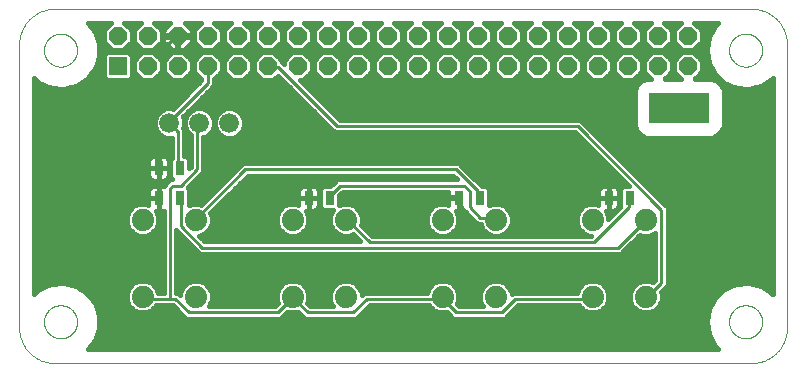
<source format=gtl>
G75*
%MOIN*%
%OFA0B0*%
%FSLAX25Y25*%
%IPPOS*%
%LPD*%
%AMOC8*
5,1,8,0,0,1.08239X$1,22.5*
%
%ADD10R,0.20000X0.10000*%
%ADD11C,0.06600*%
%ADD12C,0.07400*%
%ADD13R,0.03150X0.04724*%
%ADD14C,0.00000*%
%ADD15R,0.06000X0.06000*%
%ADD16OC8,0.06000*%
%ADD17C,0.01000*%
%ADD18C,0.04000*%
%ADD19C,0.01600*%
D10*
X0225000Y0090000D03*
D11*
X0075000Y0085000D03*
X0065000Y0085000D03*
X0055000Y0085000D03*
D12*
X0046100Y0052800D03*
X0063900Y0052800D03*
X0096100Y0052800D03*
X0113900Y0052800D03*
X0146100Y0052800D03*
X0163900Y0052800D03*
X0196100Y0052800D03*
X0213900Y0052800D03*
X0213900Y0027200D03*
X0196100Y0027200D03*
X0163900Y0027200D03*
X0146100Y0027200D03*
X0113900Y0027200D03*
X0096100Y0027200D03*
X0063900Y0027200D03*
X0046100Y0027200D03*
D13*
X0051457Y0060000D03*
X0058543Y0060000D03*
X0058543Y0070000D03*
X0051457Y0070000D03*
X0101457Y0060000D03*
X0108543Y0060000D03*
X0151457Y0060000D03*
X0158543Y0060000D03*
X0201457Y0060000D03*
X0208543Y0060000D03*
D14*
X0249094Y0005000D02*
X0016811Y0005000D01*
X0016526Y0005003D01*
X0016240Y0005014D01*
X0015955Y0005031D01*
X0015671Y0005055D01*
X0015387Y0005086D01*
X0015104Y0005124D01*
X0014823Y0005169D01*
X0014542Y0005220D01*
X0014262Y0005278D01*
X0013984Y0005343D01*
X0013708Y0005415D01*
X0013434Y0005493D01*
X0013161Y0005578D01*
X0012891Y0005670D01*
X0012623Y0005768D01*
X0012357Y0005872D01*
X0012094Y0005983D01*
X0011834Y0006100D01*
X0011576Y0006223D01*
X0011322Y0006353D01*
X0011071Y0006489D01*
X0010823Y0006630D01*
X0010579Y0006778D01*
X0010338Y0006931D01*
X0010102Y0007091D01*
X0009869Y0007256D01*
X0009640Y0007426D01*
X0009415Y0007602D01*
X0009195Y0007784D01*
X0008979Y0007970D01*
X0008768Y0008162D01*
X0008561Y0008359D01*
X0008359Y0008561D01*
X0008162Y0008768D01*
X0007970Y0008979D01*
X0007784Y0009195D01*
X0007602Y0009415D01*
X0007426Y0009640D01*
X0007256Y0009869D01*
X0007091Y0010102D01*
X0006931Y0010338D01*
X0006778Y0010579D01*
X0006630Y0010823D01*
X0006489Y0011071D01*
X0006353Y0011322D01*
X0006223Y0011576D01*
X0006100Y0011834D01*
X0005983Y0012094D01*
X0005872Y0012357D01*
X0005768Y0012623D01*
X0005670Y0012891D01*
X0005578Y0013161D01*
X0005493Y0013434D01*
X0005415Y0013708D01*
X0005343Y0013984D01*
X0005278Y0014262D01*
X0005220Y0014542D01*
X0005169Y0014823D01*
X0005124Y0015104D01*
X0005086Y0015387D01*
X0005055Y0015671D01*
X0005031Y0015955D01*
X0005014Y0016240D01*
X0005003Y0016526D01*
X0005000Y0016811D01*
X0005000Y0111299D01*
X0005003Y0111584D01*
X0005014Y0111870D01*
X0005031Y0112155D01*
X0005055Y0112439D01*
X0005086Y0112723D01*
X0005124Y0113006D01*
X0005169Y0113287D01*
X0005220Y0113568D01*
X0005278Y0113848D01*
X0005343Y0114126D01*
X0005415Y0114402D01*
X0005493Y0114676D01*
X0005578Y0114949D01*
X0005670Y0115219D01*
X0005768Y0115487D01*
X0005872Y0115753D01*
X0005983Y0116016D01*
X0006100Y0116276D01*
X0006223Y0116534D01*
X0006353Y0116788D01*
X0006489Y0117039D01*
X0006630Y0117287D01*
X0006778Y0117531D01*
X0006931Y0117772D01*
X0007091Y0118008D01*
X0007256Y0118241D01*
X0007426Y0118470D01*
X0007602Y0118695D01*
X0007784Y0118915D01*
X0007970Y0119131D01*
X0008162Y0119342D01*
X0008359Y0119549D01*
X0008561Y0119751D01*
X0008768Y0119948D01*
X0008979Y0120140D01*
X0009195Y0120326D01*
X0009415Y0120508D01*
X0009640Y0120684D01*
X0009869Y0120854D01*
X0010102Y0121019D01*
X0010338Y0121179D01*
X0010579Y0121332D01*
X0010823Y0121480D01*
X0011071Y0121621D01*
X0011322Y0121757D01*
X0011576Y0121887D01*
X0011834Y0122010D01*
X0012094Y0122127D01*
X0012357Y0122238D01*
X0012623Y0122342D01*
X0012891Y0122440D01*
X0013161Y0122532D01*
X0013434Y0122617D01*
X0013708Y0122695D01*
X0013984Y0122767D01*
X0014262Y0122832D01*
X0014542Y0122890D01*
X0014823Y0122941D01*
X0015104Y0122986D01*
X0015387Y0123024D01*
X0015671Y0123055D01*
X0015955Y0123079D01*
X0016240Y0123096D01*
X0016526Y0123107D01*
X0016811Y0123110D01*
X0249094Y0123110D01*
X0249379Y0123107D01*
X0249665Y0123096D01*
X0249950Y0123079D01*
X0250234Y0123055D01*
X0250518Y0123024D01*
X0250801Y0122986D01*
X0251082Y0122941D01*
X0251363Y0122890D01*
X0251643Y0122832D01*
X0251921Y0122767D01*
X0252197Y0122695D01*
X0252471Y0122617D01*
X0252744Y0122532D01*
X0253014Y0122440D01*
X0253282Y0122342D01*
X0253548Y0122238D01*
X0253811Y0122127D01*
X0254071Y0122010D01*
X0254329Y0121887D01*
X0254583Y0121757D01*
X0254834Y0121621D01*
X0255082Y0121480D01*
X0255326Y0121332D01*
X0255567Y0121179D01*
X0255803Y0121019D01*
X0256036Y0120854D01*
X0256265Y0120684D01*
X0256490Y0120508D01*
X0256710Y0120326D01*
X0256926Y0120140D01*
X0257137Y0119948D01*
X0257344Y0119751D01*
X0257546Y0119549D01*
X0257743Y0119342D01*
X0257935Y0119131D01*
X0258121Y0118915D01*
X0258303Y0118695D01*
X0258479Y0118470D01*
X0258649Y0118241D01*
X0258814Y0118008D01*
X0258974Y0117772D01*
X0259127Y0117531D01*
X0259275Y0117287D01*
X0259416Y0117039D01*
X0259552Y0116788D01*
X0259682Y0116534D01*
X0259805Y0116276D01*
X0259922Y0116016D01*
X0260033Y0115753D01*
X0260137Y0115487D01*
X0260235Y0115219D01*
X0260327Y0114949D01*
X0260412Y0114676D01*
X0260490Y0114402D01*
X0260562Y0114126D01*
X0260627Y0113848D01*
X0260685Y0113568D01*
X0260736Y0113287D01*
X0260781Y0113006D01*
X0260819Y0112723D01*
X0260850Y0112439D01*
X0260874Y0112155D01*
X0260891Y0111870D01*
X0260902Y0111584D01*
X0260905Y0111299D01*
X0260906Y0111299D02*
X0260906Y0016811D01*
X0260905Y0016811D02*
X0260902Y0016526D01*
X0260891Y0016240D01*
X0260874Y0015955D01*
X0260850Y0015671D01*
X0260819Y0015387D01*
X0260781Y0015104D01*
X0260736Y0014823D01*
X0260685Y0014542D01*
X0260627Y0014262D01*
X0260562Y0013984D01*
X0260490Y0013708D01*
X0260412Y0013434D01*
X0260327Y0013161D01*
X0260235Y0012891D01*
X0260137Y0012623D01*
X0260033Y0012357D01*
X0259922Y0012094D01*
X0259805Y0011834D01*
X0259682Y0011576D01*
X0259552Y0011322D01*
X0259416Y0011071D01*
X0259275Y0010823D01*
X0259127Y0010579D01*
X0258974Y0010338D01*
X0258814Y0010102D01*
X0258649Y0009869D01*
X0258479Y0009640D01*
X0258303Y0009415D01*
X0258121Y0009195D01*
X0257935Y0008979D01*
X0257743Y0008768D01*
X0257546Y0008561D01*
X0257344Y0008359D01*
X0257137Y0008162D01*
X0256926Y0007970D01*
X0256710Y0007784D01*
X0256490Y0007602D01*
X0256265Y0007426D01*
X0256036Y0007256D01*
X0255803Y0007091D01*
X0255567Y0006931D01*
X0255326Y0006778D01*
X0255082Y0006630D01*
X0254834Y0006489D01*
X0254583Y0006353D01*
X0254329Y0006223D01*
X0254071Y0006100D01*
X0253811Y0005983D01*
X0253548Y0005872D01*
X0253282Y0005768D01*
X0253014Y0005670D01*
X0252744Y0005578D01*
X0252471Y0005493D01*
X0252197Y0005415D01*
X0251921Y0005343D01*
X0251643Y0005278D01*
X0251363Y0005220D01*
X0251082Y0005169D01*
X0250801Y0005124D01*
X0250518Y0005086D01*
X0250234Y0005055D01*
X0249950Y0005031D01*
X0249665Y0005014D01*
X0249379Y0005003D01*
X0249094Y0005000D01*
X0241614Y0018780D02*
X0241616Y0018928D01*
X0241622Y0019076D01*
X0241632Y0019224D01*
X0241646Y0019371D01*
X0241664Y0019518D01*
X0241685Y0019664D01*
X0241711Y0019810D01*
X0241741Y0019955D01*
X0241774Y0020099D01*
X0241812Y0020242D01*
X0241853Y0020384D01*
X0241898Y0020525D01*
X0241946Y0020665D01*
X0241999Y0020804D01*
X0242055Y0020941D01*
X0242115Y0021076D01*
X0242178Y0021210D01*
X0242245Y0021342D01*
X0242316Y0021472D01*
X0242390Y0021600D01*
X0242467Y0021726D01*
X0242548Y0021850D01*
X0242632Y0021972D01*
X0242719Y0022091D01*
X0242810Y0022208D01*
X0242904Y0022323D01*
X0243000Y0022435D01*
X0243100Y0022545D01*
X0243202Y0022651D01*
X0243308Y0022755D01*
X0243416Y0022856D01*
X0243527Y0022954D01*
X0243640Y0023050D01*
X0243756Y0023142D01*
X0243874Y0023231D01*
X0243995Y0023316D01*
X0244118Y0023399D01*
X0244243Y0023478D01*
X0244370Y0023554D01*
X0244499Y0023626D01*
X0244630Y0023695D01*
X0244763Y0023760D01*
X0244898Y0023821D01*
X0245034Y0023879D01*
X0245171Y0023934D01*
X0245310Y0023984D01*
X0245451Y0024031D01*
X0245592Y0024074D01*
X0245735Y0024114D01*
X0245879Y0024149D01*
X0246023Y0024181D01*
X0246169Y0024208D01*
X0246315Y0024232D01*
X0246462Y0024252D01*
X0246609Y0024268D01*
X0246756Y0024280D01*
X0246904Y0024288D01*
X0247052Y0024292D01*
X0247200Y0024292D01*
X0247348Y0024288D01*
X0247496Y0024280D01*
X0247643Y0024268D01*
X0247790Y0024252D01*
X0247937Y0024232D01*
X0248083Y0024208D01*
X0248229Y0024181D01*
X0248373Y0024149D01*
X0248517Y0024114D01*
X0248660Y0024074D01*
X0248801Y0024031D01*
X0248942Y0023984D01*
X0249081Y0023934D01*
X0249218Y0023879D01*
X0249354Y0023821D01*
X0249489Y0023760D01*
X0249622Y0023695D01*
X0249753Y0023626D01*
X0249882Y0023554D01*
X0250009Y0023478D01*
X0250134Y0023399D01*
X0250257Y0023316D01*
X0250378Y0023231D01*
X0250496Y0023142D01*
X0250612Y0023050D01*
X0250725Y0022954D01*
X0250836Y0022856D01*
X0250944Y0022755D01*
X0251050Y0022651D01*
X0251152Y0022545D01*
X0251252Y0022435D01*
X0251348Y0022323D01*
X0251442Y0022208D01*
X0251533Y0022091D01*
X0251620Y0021972D01*
X0251704Y0021850D01*
X0251785Y0021726D01*
X0251862Y0021600D01*
X0251936Y0021472D01*
X0252007Y0021342D01*
X0252074Y0021210D01*
X0252137Y0021076D01*
X0252197Y0020941D01*
X0252253Y0020804D01*
X0252306Y0020665D01*
X0252354Y0020525D01*
X0252399Y0020384D01*
X0252440Y0020242D01*
X0252478Y0020099D01*
X0252511Y0019955D01*
X0252541Y0019810D01*
X0252567Y0019664D01*
X0252588Y0019518D01*
X0252606Y0019371D01*
X0252620Y0019224D01*
X0252630Y0019076D01*
X0252636Y0018928D01*
X0252638Y0018780D01*
X0252636Y0018632D01*
X0252630Y0018484D01*
X0252620Y0018336D01*
X0252606Y0018189D01*
X0252588Y0018042D01*
X0252567Y0017896D01*
X0252541Y0017750D01*
X0252511Y0017605D01*
X0252478Y0017461D01*
X0252440Y0017318D01*
X0252399Y0017176D01*
X0252354Y0017035D01*
X0252306Y0016895D01*
X0252253Y0016756D01*
X0252197Y0016619D01*
X0252137Y0016484D01*
X0252074Y0016350D01*
X0252007Y0016218D01*
X0251936Y0016088D01*
X0251862Y0015960D01*
X0251785Y0015834D01*
X0251704Y0015710D01*
X0251620Y0015588D01*
X0251533Y0015469D01*
X0251442Y0015352D01*
X0251348Y0015237D01*
X0251252Y0015125D01*
X0251152Y0015015D01*
X0251050Y0014909D01*
X0250944Y0014805D01*
X0250836Y0014704D01*
X0250725Y0014606D01*
X0250612Y0014510D01*
X0250496Y0014418D01*
X0250378Y0014329D01*
X0250257Y0014244D01*
X0250134Y0014161D01*
X0250009Y0014082D01*
X0249882Y0014006D01*
X0249753Y0013934D01*
X0249622Y0013865D01*
X0249489Y0013800D01*
X0249354Y0013739D01*
X0249218Y0013681D01*
X0249081Y0013626D01*
X0248942Y0013576D01*
X0248801Y0013529D01*
X0248660Y0013486D01*
X0248517Y0013446D01*
X0248373Y0013411D01*
X0248229Y0013379D01*
X0248083Y0013352D01*
X0247937Y0013328D01*
X0247790Y0013308D01*
X0247643Y0013292D01*
X0247496Y0013280D01*
X0247348Y0013272D01*
X0247200Y0013268D01*
X0247052Y0013268D01*
X0246904Y0013272D01*
X0246756Y0013280D01*
X0246609Y0013292D01*
X0246462Y0013308D01*
X0246315Y0013328D01*
X0246169Y0013352D01*
X0246023Y0013379D01*
X0245879Y0013411D01*
X0245735Y0013446D01*
X0245592Y0013486D01*
X0245451Y0013529D01*
X0245310Y0013576D01*
X0245171Y0013626D01*
X0245034Y0013681D01*
X0244898Y0013739D01*
X0244763Y0013800D01*
X0244630Y0013865D01*
X0244499Y0013934D01*
X0244370Y0014006D01*
X0244243Y0014082D01*
X0244118Y0014161D01*
X0243995Y0014244D01*
X0243874Y0014329D01*
X0243756Y0014418D01*
X0243640Y0014510D01*
X0243527Y0014606D01*
X0243416Y0014704D01*
X0243308Y0014805D01*
X0243202Y0014909D01*
X0243100Y0015015D01*
X0243000Y0015125D01*
X0242904Y0015237D01*
X0242810Y0015352D01*
X0242719Y0015469D01*
X0242632Y0015588D01*
X0242548Y0015710D01*
X0242467Y0015834D01*
X0242390Y0015960D01*
X0242316Y0016088D01*
X0242245Y0016218D01*
X0242178Y0016350D01*
X0242115Y0016484D01*
X0242055Y0016619D01*
X0241999Y0016756D01*
X0241946Y0016895D01*
X0241898Y0017035D01*
X0241853Y0017176D01*
X0241812Y0017318D01*
X0241774Y0017461D01*
X0241741Y0017605D01*
X0241711Y0017750D01*
X0241685Y0017896D01*
X0241664Y0018042D01*
X0241646Y0018189D01*
X0241632Y0018336D01*
X0241622Y0018484D01*
X0241616Y0018632D01*
X0241614Y0018780D01*
X0241614Y0109331D02*
X0241616Y0109479D01*
X0241622Y0109627D01*
X0241632Y0109775D01*
X0241646Y0109922D01*
X0241664Y0110069D01*
X0241685Y0110215D01*
X0241711Y0110361D01*
X0241741Y0110506D01*
X0241774Y0110650D01*
X0241812Y0110793D01*
X0241853Y0110935D01*
X0241898Y0111076D01*
X0241946Y0111216D01*
X0241999Y0111355D01*
X0242055Y0111492D01*
X0242115Y0111627D01*
X0242178Y0111761D01*
X0242245Y0111893D01*
X0242316Y0112023D01*
X0242390Y0112151D01*
X0242467Y0112277D01*
X0242548Y0112401D01*
X0242632Y0112523D01*
X0242719Y0112642D01*
X0242810Y0112759D01*
X0242904Y0112874D01*
X0243000Y0112986D01*
X0243100Y0113096D01*
X0243202Y0113202D01*
X0243308Y0113306D01*
X0243416Y0113407D01*
X0243527Y0113505D01*
X0243640Y0113601D01*
X0243756Y0113693D01*
X0243874Y0113782D01*
X0243995Y0113867D01*
X0244118Y0113950D01*
X0244243Y0114029D01*
X0244370Y0114105D01*
X0244499Y0114177D01*
X0244630Y0114246D01*
X0244763Y0114311D01*
X0244898Y0114372D01*
X0245034Y0114430D01*
X0245171Y0114485D01*
X0245310Y0114535D01*
X0245451Y0114582D01*
X0245592Y0114625D01*
X0245735Y0114665D01*
X0245879Y0114700D01*
X0246023Y0114732D01*
X0246169Y0114759D01*
X0246315Y0114783D01*
X0246462Y0114803D01*
X0246609Y0114819D01*
X0246756Y0114831D01*
X0246904Y0114839D01*
X0247052Y0114843D01*
X0247200Y0114843D01*
X0247348Y0114839D01*
X0247496Y0114831D01*
X0247643Y0114819D01*
X0247790Y0114803D01*
X0247937Y0114783D01*
X0248083Y0114759D01*
X0248229Y0114732D01*
X0248373Y0114700D01*
X0248517Y0114665D01*
X0248660Y0114625D01*
X0248801Y0114582D01*
X0248942Y0114535D01*
X0249081Y0114485D01*
X0249218Y0114430D01*
X0249354Y0114372D01*
X0249489Y0114311D01*
X0249622Y0114246D01*
X0249753Y0114177D01*
X0249882Y0114105D01*
X0250009Y0114029D01*
X0250134Y0113950D01*
X0250257Y0113867D01*
X0250378Y0113782D01*
X0250496Y0113693D01*
X0250612Y0113601D01*
X0250725Y0113505D01*
X0250836Y0113407D01*
X0250944Y0113306D01*
X0251050Y0113202D01*
X0251152Y0113096D01*
X0251252Y0112986D01*
X0251348Y0112874D01*
X0251442Y0112759D01*
X0251533Y0112642D01*
X0251620Y0112523D01*
X0251704Y0112401D01*
X0251785Y0112277D01*
X0251862Y0112151D01*
X0251936Y0112023D01*
X0252007Y0111893D01*
X0252074Y0111761D01*
X0252137Y0111627D01*
X0252197Y0111492D01*
X0252253Y0111355D01*
X0252306Y0111216D01*
X0252354Y0111076D01*
X0252399Y0110935D01*
X0252440Y0110793D01*
X0252478Y0110650D01*
X0252511Y0110506D01*
X0252541Y0110361D01*
X0252567Y0110215D01*
X0252588Y0110069D01*
X0252606Y0109922D01*
X0252620Y0109775D01*
X0252630Y0109627D01*
X0252636Y0109479D01*
X0252638Y0109331D01*
X0252636Y0109183D01*
X0252630Y0109035D01*
X0252620Y0108887D01*
X0252606Y0108740D01*
X0252588Y0108593D01*
X0252567Y0108447D01*
X0252541Y0108301D01*
X0252511Y0108156D01*
X0252478Y0108012D01*
X0252440Y0107869D01*
X0252399Y0107727D01*
X0252354Y0107586D01*
X0252306Y0107446D01*
X0252253Y0107307D01*
X0252197Y0107170D01*
X0252137Y0107035D01*
X0252074Y0106901D01*
X0252007Y0106769D01*
X0251936Y0106639D01*
X0251862Y0106511D01*
X0251785Y0106385D01*
X0251704Y0106261D01*
X0251620Y0106139D01*
X0251533Y0106020D01*
X0251442Y0105903D01*
X0251348Y0105788D01*
X0251252Y0105676D01*
X0251152Y0105566D01*
X0251050Y0105460D01*
X0250944Y0105356D01*
X0250836Y0105255D01*
X0250725Y0105157D01*
X0250612Y0105061D01*
X0250496Y0104969D01*
X0250378Y0104880D01*
X0250257Y0104795D01*
X0250134Y0104712D01*
X0250009Y0104633D01*
X0249882Y0104557D01*
X0249753Y0104485D01*
X0249622Y0104416D01*
X0249489Y0104351D01*
X0249354Y0104290D01*
X0249218Y0104232D01*
X0249081Y0104177D01*
X0248942Y0104127D01*
X0248801Y0104080D01*
X0248660Y0104037D01*
X0248517Y0103997D01*
X0248373Y0103962D01*
X0248229Y0103930D01*
X0248083Y0103903D01*
X0247937Y0103879D01*
X0247790Y0103859D01*
X0247643Y0103843D01*
X0247496Y0103831D01*
X0247348Y0103823D01*
X0247200Y0103819D01*
X0247052Y0103819D01*
X0246904Y0103823D01*
X0246756Y0103831D01*
X0246609Y0103843D01*
X0246462Y0103859D01*
X0246315Y0103879D01*
X0246169Y0103903D01*
X0246023Y0103930D01*
X0245879Y0103962D01*
X0245735Y0103997D01*
X0245592Y0104037D01*
X0245451Y0104080D01*
X0245310Y0104127D01*
X0245171Y0104177D01*
X0245034Y0104232D01*
X0244898Y0104290D01*
X0244763Y0104351D01*
X0244630Y0104416D01*
X0244499Y0104485D01*
X0244370Y0104557D01*
X0244243Y0104633D01*
X0244118Y0104712D01*
X0243995Y0104795D01*
X0243874Y0104880D01*
X0243756Y0104969D01*
X0243640Y0105061D01*
X0243527Y0105157D01*
X0243416Y0105255D01*
X0243308Y0105356D01*
X0243202Y0105460D01*
X0243100Y0105566D01*
X0243000Y0105676D01*
X0242904Y0105788D01*
X0242810Y0105903D01*
X0242719Y0106020D01*
X0242632Y0106139D01*
X0242548Y0106261D01*
X0242467Y0106385D01*
X0242390Y0106511D01*
X0242316Y0106639D01*
X0242245Y0106769D01*
X0242178Y0106901D01*
X0242115Y0107035D01*
X0242055Y0107170D01*
X0241999Y0107307D01*
X0241946Y0107446D01*
X0241898Y0107586D01*
X0241853Y0107727D01*
X0241812Y0107869D01*
X0241774Y0108012D01*
X0241741Y0108156D01*
X0241711Y0108301D01*
X0241685Y0108447D01*
X0241664Y0108593D01*
X0241646Y0108740D01*
X0241632Y0108887D01*
X0241622Y0109035D01*
X0241616Y0109183D01*
X0241614Y0109331D01*
X0013268Y0109331D02*
X0013270Y0109479D01*
X0013276Y0109627D01*
X0013286Y0109775D01*
X0013300Y0109922D01*
X0013318Y0110069D01*
X0013339Y0110215D01*
X0013365Y0110361D01*
X0013395Y0110506D01*
X0013428Y0110650D01*
X0013466Y0110793D01*
X0013507Y0110935D01*
X0013552Y0111076D01*
X0013600Y0111216D01*
X0013653Y0111355D01*
X0013709Y0111492D01*
X0013769Y0111627D01*
X0013832Y0111761D01*
X0013899Y0111893D01*
X0013970Y0112023D01*
X0014044Y0112151D01*
X0014121Y0112277D01*
X0014202Y0112401D01*
X0014286Y0112523D01*
X0014373Y0112642D01*
X0014464Y0112759D01*
X0014558Y0112874D01*
X0014654Y0112986D01*
X0014754Y0113096D01*
X0014856Y0113202D01*
X0014962Y0113306D01*
X0015070Y0113407D01*
X0015181Y0113505D01*
X0015294Y0113601D01*
X0015410Y0113693D01*
X0015528Y0113782D01*
X0015649Y0113867D01*
X0015772Y0113950D01*
X0015897Y0114029D01*
X0016024Y0114105D01*
X0016153Y0114177D01*
X0016284Y0114246D01*
X0016417Y0114311D01*
X0016552Y0114372D01*
X0016688Y0114430D01*
X0016825Y0114485D01*
X0016964Y0114535D01*
X0017105Y0114582D01*
X0017246Y0114625D01*
X0017389Y0114665D01*
X0017533Y0114700D01*
X0017677Y0114732D01*
X0017823Y0114759D01*
X0017969Y0114783D01*
X0018116Y0114803D01*
X0018263Y0114819D01*
X0018410Y0114831D01*
X0018558Y0114839D01*
X0018706Y0114843D01*
X0018854Y0114843D01*
X0019002Y0114839D01*
X0019150Y0114831D01*
X0019297Y0114819D01*
X0019444Y0114803D01*
X0019591Y0114783D01*
X0019737Y0114759D01*
X0019883Y0114732D01*
X0020027Y0114700D01*
X0020171Y0114665D01*
X0020314Y0114625D01*
X0020455Y0114582D01*
X0020596Y0114535D01*
X0020735Y0114485D01*
X0020872Y0114430D01*
X0021008Y0114372D01*
X0021143Y0114311D01*
X0021276Y0114246D01*
X0021407Y0114177D01*
X0021536Y0114105D01*
X0021663Y0114029D01*
X0021788Y0113950D01*
X0021911Y0113867D01*
X0022032Y0113782D01*
X0022150Y0113693D01*
X0022266Y0113601D01*
X0022379Y0113505D01*
X0022490Y0113407D01*
X0022598Y0113306D01*
X0022704Y0113202D01*
X0022806Y0113096D01*
X0022906Y0112986D01*
X0023002Y0112874D01*
X0023096Y0112759D01*
X0023187Y0112642D01*
X0023274Y0112523D01*
X0023358Y0112401D01*
X0023439Y0112277D01*
X0023516Y0112151D01*
X0023590Y0112023D01*
X0023661Y0111893D01*
X0023728Y0111761D01*
X0023791Y0111627D01*
X0023851Y0111492D01*
X0023907Y0111355D01*
X0023960Y0111216D01*
X0024008Y0111076D01*
X0024053Y0110935D01*
X0024094Y0110793D01*
X0024132Y0110650D01*
X0024165Y0110506D01*
X0024195Y0110361D01*
X0024221Y0110215D01*
X0024242Y0110069D01*
X0024260Y0109922D01*
X0024274Y0109775D01*
X0024284Y0109627D01*
X0024290Y0109479D01*
X0024292Y0109331D01*
X0024290Y0109183D01*
X0024284Y0109035D01*
X0024274Y0108887D01*
X0024260Y0108740D01*
X0024242Y0108593D01*
X0024221Y0108447D01*
X0024195Y0108301D01*
X0024165Y0108156D01*
X0024132Y0108012D01*
X0024094Y0107869D01*
X0024053Y0107727D01*
X0024008Y0107586D01*
X0023960Y0107446D01*
X0023907Y0107307D01*
X0023851Y0107170D01*
X0023791Y0107035D01*
X0023728Y0106901D01*
X0023661Y0106769D01*
X0023590Y0106639D01*
X0023516Y0106511D01*
X0023439Y0106385D01*
X0023358Y0106261D01*
X0023274Y0106139D01*
X0023187Y0106020D01*
X0023096Y0105903D01*
X0023002Y0105788D01*
X0022906Y0105676D01*
X0022806Y0105566D01*
X0022704Y0105460D01*
X0022598Y0105356D01*
X0022490Y0105255D01*
X0022379Y0105157D01*
X0022266Y0105061D01*
X0022150Y0104969D01*
X0022032Y0104880D01*
X0021911Y0104795D01*
X0021788Y0104712D01*
X0021663Y0104633D01*
X0021536Y0104557D01*
X0021407Y0104485D01*
X0021276Y0104416D01*
X0021143Y0104351D01*
X0021008Y0104290D01*
X0020872Y0104232D01*
X0020735Y0104177D01*
X0020596Y0104127D01*
X0020455Y0104080D01*
X0020314Y0104037D01*
X0020171Y0103997D01*
X0020027Y0103962D01*
X0019883Y0103930D01*
X0019737Y0103903D01*
X0019591Y0103879D01*
X0019444Y0103859D01*
X0019297Y0103843D01*
X0019150Y0103831D01*
X0019002Y0103823D01*
X0018854Y0103819D01*
X0018706Y0103819D01*
X0018558Y0103823D01*
X0018410Y0103831D01*
X0018263Y0103843D01*
X0018116Y0103859D01*
X0017969Y0103879D01*
X0017823Y0103903D01*
X0017677Y0103930D01*
X0017533Y0103962D01*
X0017389Y0103997D01*
X0017246Y0104037D01*
X0017105Y0104080D01*
X0016964Y0104127D01*
X0016825Y0104177D01*
X0016688Y0104232D01*
X0016552Y0104290D01*
X0016417Y0104351D01*
X0016284Y0104416D01*
X0016153Y0104485D01*
X0016024Y0104557D01*
X0015897Y0104633D01*
X0015772Y0104712D01*
X0015649Y0104795D01*
X0015528Y0104880D01*
X0015410Y0104969D01*
X0015294Y0105061D01*
X0015181Y0105157D01*
X0015070Y0105255D01*
X0014962Y0105356D01*
X0014856Y0105460D01*
X0014754Y0105566D01*
X0014654Y0105676D01*
X0014558Y0105788D01*
X0014464Y0105903D01*
X0014373Y0106020D01*
X0014286Y0106139D01*
X0014202Y0106261D01*
X0014121Y0106385D01*
X0014044Y0106511D01*
X0013970Y0106639D01*
X0013899Y0106769D01*
X0013832Y0106901D01*
X0013769Y0107035D01*
X0013709Y0107170D01*
X0013653Y0107307D01*
X0013600Y0107446D01*
X0013552Y0107586D01*
X0013507Y0107727D01*
X0013466Y0107869D01*
X0013428Y0108012D01*
X0013395Y0108156D01*
X0013365Y0108301D01*
X0013339Y0108447D01*
X0013318Y0108593D01*
X0013300Y0108740D01*
X0013286Y0108887D01*
X0013276Y0109035D01*
X0013270Y0109183D01*
X0013268Y0109331D01*
X0013268Y0018780D02*
X0013270Y0018928D01*
X0013276Y0019076D01*
X0013286Y0019224D01*
X0013300Y0019371D01*
X0013318Y0019518D01*
X0013339Y0019664D01*
X0013365Y0019810D01*
X0013395Y0019955D01*
X0013428Y0020099D01*
X0013466Y0020242D01*
X0013507Y0020384D01*
X0013552Y0020525D01*
X0013600Y0020665D01*
X0013653Y0020804D01*
X0013709Y0020941D01*
X0013769Y0021076D01*
X0013832Y0021210D01*
X0013899Y0021342D01*
X0013970Y0021472D01*
X0014044Y0021600D01*
X0014121Y0021726D01*
X0014202Y0021850D01*
X0014286Y0021972D01*
X0014373Y0022091D01*
X0014464Y0022208D01*
X0014558Y0022323D01*
X0014654Y0022435D01*
X0014754Y0022545D01*
X0014856Y0022651D01*
X0014962Y0022755D01*
X0015070Y0022856D01*
X0015181Y0022954D01*
X0015294Y0023050D01*
X0015410Y0023142D01*
X0015528Y0023231D01*
X0015649Y0023316D01*
X0015772Y0023399D01*
X0015897Y0023478D01*
X0016024Y0023554D01*
X0016153Y0023626D01*
X0016284Y0023695D01*
X0016417Y0023760D01*
X0016552Y0023821D01*
X0016688Y0023879D01*
X0016825Y0023934D01*
X0016964Y0023984D01*
X0017105Y0024031D01*
X0017246Y0024074D01*
X0017389Y0024114D01*
X0017533Y0024149D01*
X0017677Y0024181D01*
X0017823Y0024208D01*
X0017969Y0024232D01*
X0018116Y0024252D01*
X0018263Y0024268D01*
X0018410Y0024280D01*
X0018558Y0024288D01*
X0018706Y0024292D01*
X0018854Y0024292D01*
X0019002Y0024288D01*
X0019150Y0024280D01*
X0019297Y0024268D01*
X0019444Y0024252D01*
X0019591Y0024232D01*
X0019737Y0024208D01*
X0019883Y0024181D01*
X0020027Y0024149D01*
X0020171Y0024114D01*
X0020314Y0024074D01*
X0020455Y0024031D01*
X0020596Y0023984D01*
X0020735Y0023934D01*
X0020872Y0023879D01*
X0021008Y0023821D01*
X0021143Y0023760D01*
X0021276Y0023695D01*
X0021407Y0023626D01*
X0021536Y0023554D01*
X0021663Y0023478D01*
X0021788Y0023399D01*
X0021911Y0023316D01*
X0022032Y0023231D01*
X0022150Y0023142D01*
X0022266Y0023050D01*
X0022379Y0022954D01*
X0022490Y0022856D01*
X0022598Y0022755D01*
X0022704Y0022651D01*
X0022806Y0022545D01*
X0022906Y0022435D01*
X0023002Y0022323D01*
X0023096Y0022208D01*
X0023187Y0022091D01*
X0023274Y0021972D01*
X0023358Y0021850D01*
X0023439Y0021726D01*
X0023516Y0021600D01*
X0023590Y0021472D01*
X0023661Y0021342D01*
X0023728Y0021210D01*
X0023791Y0021076D01*
X0023851Y0020941D01*
X0023907Y0020804D01*
X0023960Y0020665D01*
X0024008Y0020525D01*
X0024053Y0020384D01*
X0024094Y0020242D01*
X0024132Y0020099D01*
X0024165Y0019955D01*
X0024195Y0019810D01*
X0024221Y0019664D01*
X0024242Y0019518D01*
X0024260Y0019371D01*
X0024274Y0019224D01*
X0024284Y0019076D01*
X0024290Y0018928D01*
X0024292Y0018780D01*
X0024290Y0018632D01*
X0024284Y0018484D01*
X0024274Y0018336D01*
X0024260Y0018189D01*
X0024242Y0018042D01*
X0024221Y0017896D01*
X0024195Y0017750D01*
X0024165Y0017605D01*
X0024132Y0017461D01*
X0024094Y0017318D01*
X0024053Y0017176D01*
X0024008Y0017035D01*
X0023960Y0016895D01*
X0023907Y0016756D01*
X0023851Y0016619D01*
X0023791Y0016484D01*
X0023728Y0016350D01*
X0023661Y0016218D01*
X0023590Y0016088D01*
X0023516Y0015960D01*
X0023439Y0015834D01*
X0023358Y0015710D01*
X0023274Y0015588D01*
X0023187Y0015469D01*
X0023096Y0015352D01*
X0023002Y0015237D01*
X0022906Y0015125D01*
X0022806Y0015015D01*
X0022704Y0014909D01*
X0022598Y0014805D01*
X0022490Y0014704D01*
X0022379Y0014606D01*
X0022266Y0014510D01*
X0022150Y0014418D01*
X0022032Y0014329D01*
X0021911Y0014244D01*
X0021788Y0014161D01*
X0021663Y0014082D01*
X0021536Y0014006D01*
X0021407Y0013934D01*
X0021276Y0013865D01*
X0021143Y0013800D01*
X0021008Y0013739D01*
X0020872Y0013681D01*
X0020735Y0013626D01*
X0020596Y0013576D01*
X0020455Y0013529D01*
X0020314Y0013486D01*
X0020171Y0013446D01*
X0020027Y0013411D01*
X0019883Y0013379D01*
X0019737Y0013352D01*
X0019591Y0013328D01*
X0019444Y0013308D01*
X0019297Y0013292D01*
X0019150Y0013280D01*
X0019002Y0013272D01*
X0018854Y0013268D01*
X0018706Y0013268D01*
X0018558Y0013272D01*
X0018410Y0013280D01*
X0018263Y0013292D01*
X0018116Y0013308D01*
X0017969Y0013328D01*
X0017823Y0013352D01*
X0017677Y0013379D01*
X0017533Y0013411D01*
X0017389Y0013446D01*
X0017246Y0013486D01*
X0017105Y0013529D01*
X0016964Y0013576D01*
X0016825Y0013626D01*
X0016688Y0013681D01*
X0016552Y0013739D01*
X0016417Y0013800D01*
X0016284Y0013865D01*
X0016153Y0013934D01*
X0016024Y0014006D01*
X0015897Y0014082D01*
X0015772Y0014161D01*
X0015649Y0014244D01*
X0015528Y0014329D01*
X0015410Y0014418D01*
X0015294Y0014510D01*
X0015181Y0014606D01*
X0015070Y0014704D01*
X0014962Y0014805D01*
X0014856Y0014909D01*
X0014754Y0015015D01*
X0014654Y0015125D01*
X0014558Y0015237D01*
X0014464Y0015352D01*
X0014373Y0015469D01*
X0014286Y0015588D01*
X0014202Y0015710D01*
X0014121Y0015834D01*
X0014044Y0015960D01*
X0013970Y0016088D01*
X0013899Y0016218D01*
X0013832Y0016350D01*
X0013769Y0016484D01*
X0013709Y0016619D01*
X0013653Y0016756D01*
X0013600Y0016895D01*
X0013552Y0017035D01*
X0013507Y0017176D01*
X0013466Y0017318D01*
X0013428Y0017461D01*
X0013395Y0017605D01*
X0013365Y0017750D01*
X0013339Y0017896D01*
X0013318Y0018042D01*
X0013300Y0018189D01*
X0013286Y0018336D01*
X0013276Y0018484D01*
X0013270Y0018632D01*
X0013268Y0018780D01*
D15*
X0037835Y0104016D03*
D16*
X0047835Y0104016D03*
X0057835Y0104016D03*
X0067835Y0104016D03*
X0077835Y0104016D03*
X0087835Y0104016D03*
X0097835Y0104016D03*
X0107835Y0104016D03*
X0117835Y0104016D03*
X0127835Y0104016D03*
X0137835Y0104016D03*
X0147835Y0104016D03*
X0157835Y0104016D03*
X0167835Y0104016D03*
X0177835Y0104016D03*
X0187835Y0104016D03*
X0197835Y0104016D03*
X0207835Y0104016D03*
X0217835Y0104016D03*
X0227835Y0104016D03*
X0227835Y0114016D03*
X0217835Y0114016D03*
X0207835Y0114016D03*
X0197835Y0114016D03*
X0187835Y0114016D03*
X0177835Y0114016D03*
X0167835Y0114016D03*
X0157835Y0114016D03*
X0147835Y0114016D03*
X0137835Y0114016D03*
X0127835Y0114016D03*
X0117835Y0114016D03*
X0107835Y0114016D03*
X0097835Y0114016D03*
X0087835Y0114016D03*
X0077835Y0114016D03*
X0067835Y0114016D03*
X0057835Y0114016D03*
X0047835Y0114016D03*
X0037835Y0114016D03*
D17*
X0053400Y0110100D02*
X0057000Y0113700D01*
X0057835Y0114016D01*
X0053400Y0110100D02*
X0053400Y0102900D01*
X0049800Y0099300D01*
X0049800Y0083100D01*
X0050700Y0082200D01*
X0050700Y0070500D01*
X0051457Y0070000D01*
X0051600Y0069600D01*
X0051600Y0060600D01*
X0051457Y0060000D01*
X0055200Y0063300D02*
X0055200Y0026400D01*
X0046200Y0026400D01*
X0046100Y0027200D01*
X0055200Y0026400D02*
X0057000Y0026400D01*
X0061500Y0021900D01*
X0091200Y0021900D01*
X0095700Y0026400D01*
X0096100Y0027200D01*
X0096600Y0026400D01*
X0101100Y0021900D01*
X0116400Y0021900D01*
X0120900Y0026400D01*
X0146100Y0026400D01*
X0146100Y0027200D01*
X0146100Y0026400D02*
X0150600Y0021900D01*
X0165900Y0021900D01*
X0170400Y0026400D01*
X0195600Y0026400D01*
X0196100Y0027200D01*
X0213900Y0027200D02*
X0214500Y0027300D01*
X0219000Y0031800D01*
X0219000Y0056100D01*
X0191100Y0084000D01*
X0111000Y0084000D01*
X0091200Y0103800D01*
X0088500Y0103800D01*
X0087835Y0104016D01*
X0067835Y0104016D02*
X0067800Y0103800D01*
X0067800Y0098400D01*
X0055200Y0085800D01*
X0055000Y0085000D01*
X0055200Y0084900D01*
X0057900Y0082200D01*
X0057900Y0070500D01*
X0058543Y0070000D01*
X0064200Y0069600D02*
X0058800Y0064200D01*
X0056100Y0064200D01*
X0055200Y0063300D01*
X0058543Y0060000D02*
X0058800Y0059700D01*
X0058800Y0050700D01*
X0066000Y0043500D01*
X0204600Y0043500D01*
X0213900Y0052800D01*
X0208200Y0057000D02*
X0196500Y0045300D01*
X0121800Y0045300D01*
X0114600Y0052500D01*
X0113900Y0052800D01*
X0113700Y0060600D02*
X0150600Y0060600D01*
X0151457Y0060000D01*
X0151500Y0059700D01*
X0151500Y0057900D01*
X0162300Y0047100D01*
X0183000Y0047100D01*
X0195600Y0059700D01*
X0201000Y0059700D01*
X0201457Y0060000D01*
X0208200Y0059700D02*
X0208200Y0057000D01*
X0208200Y0059700D02*
X0208543Y0060000D01*
X0163900Y0052800D02*
X0163200Y0053400D01*
X0158700Y0053400D01*
X0155100Y0057000D01*
X0155100Y0062400D01*
X0153300Y0064200D01*
X0111900Y0064200D01*
X0109200Y0061500D01*
X0109200Y0060600D01*
X0108543Y0060000D01*
X0101457Y0060000D02*
X0101100Y0060600D01*
X0101100Y0066000D01*
X0080400Y0069600D02*
X0064200Y0053400D01*
X0063900Y0052800D01*
X0064200Y0069600D02*
X0064200Y0084900D01*
X0065000Y0085000D01*
X0080400Y0069600D02*
X0150600Y0069600D01*
X0157800Y0062400D01*
X0157800Y0060600D01*
X0158543Y0060000D01*
D18*
X0113700Y0060600D03*
X0101100Y0066000D03*
D19*
X0101457Y0064162D02*
X0099645Y0064162D01*
X0099187Y0064040D01*
X0098777Y0063803D01*
X0098442Y0063467D01*
X0098205Y0063057D01*
X0098082Y0062599D01*
X0098082Y0060000D01*
X0098082Y0057716D01*
X0097154Y0058100D01*
X0095046Y0058100D01*
X0093098Y0057293D01*
X0091607Y0055802D01*
X0090800Y0053854D01*
X0090800Y0051746D01*
X0091607Y0049798D01*
X0093098Y0048307D01*
X0095046Y0047500D01*
X0097154Y0047500D01*
X0099102Y0048307D01*
X0100593Y0049798D01*
X0101400Y0051746D01*
X0101400Y0053854D01*
X0100593Y0055802D01*
X0100558Y0055838D01*
X0101457Y0055838D01*
X0103268Y0055838D01*
X0103726Y0055960D01*
X0104137Y0056197D01*
X0104472Y0056533D01*
X0104709Y0056943D01*
X0104831Y0057401D01*
X0104831Y0060000D01*
X0104831Y0062599D01*
X0104709Y0063057D01*
X0104472Y0063467D01*
X0104137Y0063803D01*
X0103726Y0064040D01*
X0103268Y0064162D01*
X0101457Y0064162D01*
X0101457Y0060000D01*
X0104831Y0060000D01*
X0101457Y0060000D01*
X0101457Y0060000D01*
X0101457Y0055838D01*
X0101457Y0060000D01*
X0101457Y0060000D01*
X0101457Y0060000D01*
X0101457Y0064162D01*
X0101457Y0063327D02*
X0101457Y0063327D01*
X0101457Y0061729D02*
X0101457Y0061729D01*
X0101457Y0060130D02*
X0101457Y0060130D01*
X0101457Y0060000D02*
X0101457Y0060000D01*
X0098082Y0060000D01*
X0101457Y0060000D01*
X0101457Y0058532D02*
X0101457Y0058532D01*
X0104831Y0058532D02*
X0105369Y0058532D01*
X0105369Y0060130D02*
X0104831Y0060130D01*
X0104831Y0061729D02*
X0105369Y0061729D01*
X0105369Y0063025D02*
X0105369Y0056975D01*
X0106306Y0056038D01*
X0109642Y0056038D01*
X0109407Y0055802D01*
X0108600Y0053854D01*
X0108600Y0051746D01*
X0109407Y0049798D01*
X0110898Y0048307D01*
X0112846Y0047500D01*
X0114954Y0047500D01*
X0116139Y0047991D01*
X0118530Y0045600D01*
X0066870Y0045600D01*
X0064965Y0047505D01*
X0066902Y0048307D01*
X0068393Y0049798D01*
X0069200Y0051746D01*
X0069200Y0053854D01*
X0068738Y0054969D01*
X0081270Y0067500D01*
X0149730Y0067500D01*
X0150930Y0066300D01*
X0111030Y0066300D01*
X0109800Y0065070D01*
X0108692Y0063962D01*
X0106306Y0063962D01*
X0105369Y0063025D01*
X0105671Y0063327D02*
X0104553Y0063327D01*
X0109656Y0064926D02*
X0078695Y0064926D01*
X0080294Y0066524D02*
X0150706Y0066524D01*
X0153449Y0069721D02*
X0202409Y0069721D01*
X0204008Y0068123D02*
X0155047Y0068123D01*
X0156646Y0066524D02*
X0205606Y0066524D01*
X0207205Y0064926D02*
X0158244Y0064926D01*
X0159208Y0063962D02*
X0152700Y0070470D01*
X0151470Y0071700D01*
X0079530Y0071700D01*
X0065644Y0057814D01*
X0064954Y0058100D01*
X0062846Y0058100D01*
X0061718Y0057633D01*
X0061718Y0063025D01*
X0061156Y0063587D01*
X0066300Y0068730D01*
X0066300Y0080235D01*
X0067776Y0080846D01*
X0069154Y0082224D01*
X0069900Y0084025D01*
X0069900Y0085975D01*
X0069154Y0087776D01*
X0067776Y0089154D01*
X0065975Y0089900D01*
X0064025Y0089900D01*
X0062224Y0089154D01*
X0060846Y0087776D01*
X0060100Y0085975D01*
X0060100Y0084025D01*
X0060846Y0082224D01*
X0062100Y0080970D01*
X0062100Y0070470D01*
X0061718Y0070088D01*
X0061718Y0073025D01*
X0060781Y0073962D01*
X0060000Y0073962D01*
X0060000Y0083070D01*
X0059649Y0083420D01*
X0059900Y0084025D01*
X0059900Y0085975D01*
X0059444Y0087075D01*
X0069900Y0097530D01*
X0069900Y0099576D01*
X0072435Y0102110D01*
X0072435Y0105921D01*
X0069740Y0108616D01*
X0065929Y0108616D01*
X0063235Y0105921D01*
X0063235Y0102110D01*
X0065700Y0099645D01*
X0065700Y0099270D01*
X0056226Y0089796D01*
X0055975Y0089900D01*
X0054025Y0089900D01*
X0052224Y0089154D01*
X0050846Y0087776D01*
X0050100Y0085975D01*
X0050100Y0084025D01*
X0050846Y0082224D01*
X0052224Y0080846D01*
X0054025Y0080100D01*
X0055800Y0080100D01*
X0055800Y0073456D01*
X0055369Y0073025D01*
X0055369Y0066975D01*
X0056044Y0066300D01*
X0055230Y0066300D01*
X0054330Y0065400D01*
X0053100Y0064170D01*
X0053100Y0064162D01*
X0051457Y0064162D01*
X0051457Y0060000D01*
X0051457Y0055838D01*
X0053100Y0055838D01*
X0053100Y0028500D01*
X0051298Y0028500D01*
X0050593Y0030202D01*
X0049102Y0031693D01*
X0047154Y0032500D01*
X0045046Y0032500D01*
X0043098Y0031693D01*
X0041607Y0030202D01*
X0040800Y0028254D01*
X0040800Y0026146D01*
X0041607Y0024198D01*
X0043098Y0022707D01*
X0045046Y0021900D01*
X0047154Y0021900D01*
X0049102Y0022707D01*
X0050593Y0024198D01*
X0050635Y0024300D01*
X0056130Y0024300D01*
X0059400Y0021030D01*
X0060630Y0019800D01*
X0092070Y0019800D01*
X0094426Y0022157D01*
X0095046Y0021900D01*
X0097154Y0021900D01*
X0097844Y0022186D01*
X0100230Y0019800D01*
X0117270Y0019800D01*
X0118500Y0021030D01*
X0121770Y0024300D01*
X0141565Y0024300D01*
X0141607Y0024198D01*
X0143098Y0022707D01*
X0145046Y0021900D01*
X0147154Y0021900D01*
X0147491Y0022039D01*
X0149730Y0019800D01*
X0166770Y0019800D01*
X0168000Y0021030D01*
X0168000Y0021030D01*
X0171270Y0024300D01*
X0191565Y0024300D01*
X0191607Y0024198D01*
X0193098Y0022707D01*
X0195046Y0021900D01*
X0197154Y0021900D01*
X0199102Y0022707D01*
X0200593Y0024198D01*
X0201400Y0026146D01*
X0201400Y0028254D01*
X0200593Y0030202D01*
X0199102Y0031693D01*
X0197154Y0032500D01*
X0195046Y0032500D01*
X0193098Y0031693D01*
X0191607Y0030202D01*
X0190902Y0028500D01*
X0169530Y0028500D01*
X0169200Y0028170D01*
X0169200Y0028254D01*
X0168393Y0030202D01*
X0166902Y0031693D01*
X0164954Y0032500D01*
X0162846Y0032500D01*
X0160898Y0031693D01*
X0159407Y0030202D01*
X0158600Y0028254D01*
X0158600Y0026146D01*
X0159407Y0024198D01*
X0159605Y0024000D01*
X0151470Y0024000D01*
X0150792Y0024678D01*
X0151400Y0026146D01*
X0151400Y0028254D01*
X0150593Y0030202D01*
X0149102Y0031693D01*
X0147154Y0032500D01*
X0145046Y0032500D01*
X0143098Y0031693D01*
X0141607Y0030202D01*
X0140902Y0028500D01*
X0120030Y0028500D01*
X0119200Y0027670D01*
X0119200Y0028254D01*
X0118393Y0030202D01*
X0116902Y0031693D01*
X0114954Y0032500D01*
X0112846Y0032500D01*
X0110898Y0031693D01*
X0109407Y0030202D01*
X0108600Y0028254D01*
X0108600Y0026146D01*
X0109407Y0024198D01*
X0109605Y0024000D01*
X0101970Y0024000D01*
X0100938Y0025031D01*
X0101400Y0026146D01*
X0101400Y0028254D01*
X0100593Y0030202D01*
X0099102Y0031693D01*
X0097154Y0032500D01*
X0095046Y0032500D01*
X0093098Y0031693D01*
X0091607Y0030202D01*
X0090800Y0028254D01*
X0090800Y0026146D01*
X0091291Y0024961D01*
X0090330Y0024000D01*
X0068195Y0024000D01*
X0068393Y0024198D01*
X0069200Y0026146D01*
X0069200Y0028254D01*
X0068393Y0030202D01*
X0066902Y0031693D01*
X0064954Y0032500D01*
X0062846Y0032500D01*
X0060898Y0031693D01*
X0059407Y0030202D01*
X0058600Y0028254D01*
X0058600Y0027770D01*
X0057870Y0028500D01*
X0057300Y0028500D01*
X0057300Y0049230D01*
X0063900Y0042630D01*
X0065130Y0041400D01*
X0205470Y0041400D01*
X0206700Y0042630D01*
X0206700Y0042630D01*
X0211944Y0047874D01*
X0212846Y0047500D01*
X0214954Y0047500D01*
X0216900Y0048306D01*
X0216900Y0032670D01*
X0216210Y0031980D01*
X0214954Y0032500D01*
X0212846Y0032500D01*
X0210898Y0031693D01*
X0209407Y0030202D01*
X0208600Y0028254D01*
X0208600Y0026146D01*
X0209407Y0024198D01*
X0210898Y0022707D01*
X0212846Y0021900D01*
X0214954Y0021900D01*
X0216902Y0022707D01*
X0218393Y0024198D01*
X0219200Y0026146D01*
X0219200Y0028254D01*
X0218973Y0028803D01*
X0221100Y0030930D01*
X0221100Y0056970D01*
X0219870Y0058200D01*
X0191970Y0086100D01*
X0111870Y0086100D01*
X0098554Y0099416D01*
X0099740Y0099416D01*
X0102435Y0102110D01*
X0102435Y0105921D01*
X0099740Y0108616D01*
X0095929Y0108616D01*
X0093235Y0105921D01*
X0093235Y0104735D01*
X0092435Y0105535D01*
X0092435Y0105921D01*
X0089740Y0108616D01*
X0085929Y0108616D01*
X0083235Y0105921D01*
X0083235Y0102110D01*
X0085929Y0099416D01*
X0089740Y0099416D01*
X0091177Y0100853D01*
X0108900Y0083130D01*
X0110130Y0081900D01*
X0190230Y0081900D01*
X0208168Y0063962D01*
X0206306Y0063962D01*
X0205369Y0063025D01*
X0205369Y0057138D01*
X0201400Y0053170D01*
X0201400Y0053854D01*
X0200593Y0055802D01*
X0200558Y0055838D01*
X0201457Y0055838D01*
X0203268Y0055838D01*
X0203726Y0055960D01*
X0204137Y0056197D01*
X0204472Y0056533D01*
X0204709Y0056943D01*
X0204831Y0057401D01*
X0204831Y0060000D01*
X0204831Y0062599D01*
X0204709Y0063057D01*
X0204472Y0063467D01*
X0204137Y0063803D01*
X0203726Y0064040D01*
X0203268Y0064162D01*
X0201457Y0064162D01*
X0201457Y0060000D01*
X0204831Y0060000D01*
X0201457Y0060000D01*
X0201457Y0060000D01*
X0201457Y0060000D01*
X0201457Y0055838D01*
X0201457Y0060000D01*
X0201457Y0060000D01*
X0201457Y0064162D01*
X0199645Y0064162D01*
X0199187Y0064040D01*
X0198777Y0063803D01*
X0198442Y0063467D01*
X0198205Y0063057D01*
X0198082Y0062599D01*
X0198082Y0060000D01*
X0198082Y0057716D01*
X0197154Y0058100D01*
X0195046Y0058100D01*
X0193098Y0057293D01*
X0191607Y0055802D01*
X0190800Y0053854D01*
X0190800Y0051746D01*
X0191607Y0049798D01*
X0193098Y0048307D01*
X0195046Y0047500D01*
X0195730Y0047500D01*
X0195630Y0047400D01*
X0122670Y0047400D01*
X0118943Y0051126D01*
X0119200Y0051746D01*
X0119200Y0053854D01*
X0118393Y0055802D01*
X0116902Y0057293D01*
X0114954Y0058100D01*
X0112846Y0058100D01*
X0111718Y0057633D01*
X0111718Y0061048D01*
X0112770Y0062100D01*
X0148082Y0062100D01*
X0148082Y0060000D01*
X0148082Y0057716D01*
X0147154Y0058100D01*
X0145046Y0058100D01*
X0143098Y0057293D01*
X0141607Y0055802D01*
X0140800Y0053854D01*
X0140800Y0051746D01*
X0141607Y0049798D01*
X0143098Y0048307D01*
X0145046Y0047500D01*
X0147154Y0047500D01*
X0149102Y0048307D01*
X0150593Y0049798D01*
X0151400Y0051746D01*
X0151400Y0053854D01*
X0150593Y0055802D01*
X0150558Y0055838D01*
X0151457Y0055838D01*
X0153268Y0055838D01*
X0153287Y0055843D01*
X0156600Y0052530D01*
X0157830Y0051300D01*
X0158785Y0051300D01*
X0159407Y0049798D01*
X0160898Y0048307D01*
X0162846Y0047500D01*
X0164954Y0047500D01*
X0166902Y0048307D01*
X0168393Y0049798D01*
X0169200Y0051746D01*
X0169200Y0053854D01*
X0168393Y0055802D01*
X0166902Y0057293D01*
X0164954Y0058100D01*
X0162846Y0058100D01*
X0161718Y0057633D01*
X0161718Y0063025D01*
X0160781Y0063962D01*
X0159208Y0063962D01*
X0161416Y0063327D02*
X0198360Y0063327D01*
X0198082Y0061729D02*
X0161718Y0061729D01*
X0161718Y0060130D02*
X0198082Y0060130D01*
X0198082Y0060000D02*
X0201457Y0060000D01*
X0198082Y0060000D01*
X0198082Y0058532D02*
X0161718Y0058532D01*
X0167262Y0056933D02*
X0192738Y0056933D01*
X0191413Y0055334D02*
X0168587Y0055334D01*
X0169200Y0053736D02*
X0190800Y0053736D01*
X0190800Y0052137D02*
X0169200Y0052137D01*
X0168700Y0050539D02*
X0191300Y0050539D01*
X0192464Y0048940D02*
X0167536Y0048940D01*
X0160264Y0048940D02*
X0149736Y0048940D01*
X0150900Y0050539D02*
X0159100Y0050539D01*
X0156993Y0052137D02*
X0151400Y0052137D01*
X0151400Y0053736D02*
X0155394Y0053736D01*
X0153796Y0055334D02*
X0150787Y0055334D01*
X0151457Y0055838D02*
X0151457Y0060000D01*
X0151457Y0055838D01*
X0151457Y0056933D02*
X0151457Y0056933D01*
X0151457Y0058532D02*
X0151457Y0058532D01*
X0151457Y0060000D02*
X0151457Y0060000D01*
X0148082Y0060000D01*
X0151457Y0060000D01*
X0151457Y0060000D01*
X0148082Y0060130D02*
X0111718Y0060130D01*
X0111718Y0058532D02*
X0148082Y0058532D01*
X0148082Y0061729D02*
X0112398Y0061729D01*
X0117262Y0056933D02*
X0142738Y0056933D01*
X0141413Y0055334D02*
X0118587Y0055334D01*
X0119200Y0053736D02*
X0140800Y0053736D01*
X0140800Y0052137D02*
X0119200Y0052137D01*
X0119531Y0050539D02*
X0141300Y0050539D01*
X0142464Y0048940D02*
X0121129Y0048940D01*
X0118387Y0045743D02*
X0066726Y0045743D01*
X0065128Y0047342D02*
X0116788Y0047342D01*
X0110264Y0048940D02*
X0099736Y0048940D01*
X0100900Y0050539D02*
X0109100Y0050539D01*
X0108600Y0052137D02*
X0101400Y0052137D01*
X0101400Y0053736D02*
X0108600Y0053736D01*
X0109213Y0055334D02*
X0100787Y0055334D01*
X0101457Y0056933D02*
X0101457Y0056933D01*
X0104703Y0056933D02*
X0105411Y0056933D01*
X0098082Y0058532D02*
X0072301Y0058532D01*
X0073900Y0060130D02*
X0098082Y0060130D01*
X0098082Y0061729D02*
X0075498Y0061729D01*
X0077097Y0063327D02*
X0098360Y0063327D01*
X0092738Y0056933D02*
X0070703Y0056933D01*
X0069104Y0055334D02*
X0091413Y0055334D01*
X0090800Y0053736D02*
X0069200Y0053736D01*
X0069200Y0052137D02*
X0090800Y0052137D01*
X0091300Y0050539D02*
X0068700Y0050539D01*
X0067536Y0048940D02*
X0092464Y0048940D01*
X0067960Y0060130D02*
X0061718Y0060130D01*
X0061718Y0058532D02*
X0066362Y0058532D01*
X0069559Y0061729D02*
X0061718Y0061729D01*
X0061416Y0063327D02*
X0071157Y0063327D01*
X0072756Y0064926D02*
X0062495Y0064926D01*
X0064094Y0066524D02*
X0074354Y0066524D01*
X0075953Y0068123D02*
X0065692Y0068123D01*
X0066300Y0069721D02*
X0077551Y0069721D01*
X0079150Y0071320D02*
X0066300Y0071320D01*
X0066300Y0072918D02*
X0199212Y0072918D01*
X0200811Y0071320D02*
X0151850Y0071320D01*
X0191219Y0080911D02*
X0077840Y0080911D01*
X0077776Y0080846D02*
X0079154Y0082224D01*
X0079900Y0084025D01*
X0079900Y0085975D01*
X0079154Y0087776D01*
X0077776Y0089154D01*
X0075975Y0089900D01*
X0074025Y0089900D01*
X0072224Y0089154D01*
X0070846Y0087776D01*
X0070100Y0085975D01*
X0070100Y0084025D01*
X0070846Y0082224D01*
X0072224Y0080846D01*
X0074025Y0080100D01*
X0075975Y0080100D01*
X0077776Y0080846D01*
X0079272Y0082509D02*
X0109521Y0082509D01*
X0107922Y0084108D02*
X0079900Y0084108D01*
X0079900Y0085706D02*
X0106324Y0085706D01*
X0104725Y0087305D02*
X0079349Y0087305D01*
X0078026Y0088903D02*
X0103127Y0088903D01*
X0101528Y0090502D02*
X0062872Y0090502D01*
X0061974Y0088903D02*
X0061273Y0088903D01*
X0056932Y0090502D02*
X0009800Y0090502D01*
X0009800Y0092100D02*
X0058530Y0092100D01*
X0060129Y0093699D02*
X0009800Y0093699D01*
X0009800Y0095297D02*
X0061727Y0095297D01*
X0063326Y0096896D02*
X0021928Y0096896D01*
X0019853Y0096370D02*
X0024003Y0097421D01*
X0027587Y0099763D01*
X0030217Y0103141D01*
X0031607Y0107190D01*
X0031607Y0111471D01*
X0030217Y0115520D01*
X0028045Y0118310D01*
X0035624Y0118310D01*
X0033235Y0115921D01*
X0033235Y0112110D01*
X0035929Y0109416D01*
X0039740Y0109416D01*
X0042435Y0112110D01*
X0042435Y0115921D01*
X0040046Y0118310D01*
X0045624Y0118310D01*
X0043235Y0115921D01*
X0043235Y0112110D01*
X0045929Y0109416D01*
X0049740Y0109416D01*
X0052435Y0112110D01*
X0052435Y0115921D01*
X0050046Y0118310D01*
X0055341Y0118310D01*
X0053035Y0116004D01*
X0053035Y0114216D01*
X0057635Y0114216D01*
X0057635Y0113816D01*
X0058035Y0113816D01*
X0058035Y0114216D01*
X0062635Y0114216D01*
X0062635Y0116004D01*
X0060328Y0118310D01*
X0065624Y0118310D01*
X0063235Y0115921D01*
X0063235Y0112110D01*
X0065929Y0109416D01*
X0069740Y0109416D01*
X0072435Y0112110D01*
X0072435Y0115921D01*
X0070046Y0118310D01*
X0075624Y0118310D01*
X0073235Y0115921D01*
X0073235Y0112110D01*
X0075929Y0109416D01*
X0079740Y0109416D01*
X0082435Y0112110D01*
X0082435Y0115921D01*
X0080046Y0118310D01*
X0085624Y0118310D01*
X0083235Y0115921D01*
X0083235Y0112110D01*
X0085929Y0109416D01*
X0089740Y0109416D01*
X0092435Y0112110D01*
X0092435Y0115921D01*
X0090046Y0118310D01*
X0095624Y0118310D01*
X0093235Y0115921D01*
X0093235Y0112110D01*
X0095929Y0109416D01*
X0099740Y0109416D01*
X0102435Y0112110D01*
X0102435Y0115921D01*
X0100046Y0118310D01*
X0105624Y0118310D01*
X0103235Y0115921D01*
X0103235Y0112110D01*
X0105929Y0109416D01*
X0109740Y0109416D01*
X0112435Y0112110D01*
X0112435Y0115921D01*
X0110046Y0118310D01*
X0115624Y0118310D01*
X0113235Y0115921D01*
X0113235Y0112110D01*
X0115929Y0109416D01*
X0119740Y0109416D01*
X0122435Y0112110D01*
X0122435Y0115921D01*
X0120046Y0118310D01*
X0125624Y0118310D01*
X0123235Y0115921D01*
X0123235Y0112110D01*
X0125929Y0109416D01*
X0129740Y0109416D01*
X0132435Y0112110D01*
X0132435Y0115921D01*
X0130046Y0118310D01*
X0135624Y0118310D01*
X0133235Y0115921D01*
X0133235Y0112110D01*
X0135929Y0109416D01*
X0139740Y0109416D01*
X0142435Y0112110D01*
X0142435Y0115921D01*
X0140046Y0118310D01*
X0145624Y0118310D01*
X0143235Y0115921D01*
X0143235Y0112110D01*
X0145929Y0109416D01*
X0149740Y0109416D01*
X0152435Y0112110D01*
X0152435Y0115921D01*
X0150046Y0118310D01*
X0155624Y0118310D01*
X0153235Y0115921D01*
X0153235Y0112110D01*
X0155929Y0109416D01*
X0159740Y0109416D01*
X0162435Y0112110D01*
X0162435Y0115921D01*
X0160046Y0118310D01*
X0165624Y0118310D01*
X0163235Y0115921D01*
X0163235Y0112110D01*
X0165929Y0109416D01*
X0169740Y0109416D01*
X0172435Y0112110D01*
X0172435Y0115921D01*
X0170046Y0118310D01*
X0175624Y0118310D01*
X0173235Y0115921D01*
X0173235Y0112110D01*
X0175929Y0109416D01*
X0179740Y0109416D01*
X0182435Y0112110D01*
X0182435Y0115921D01*
X0180046Y0118310D01*
X0185624Y0118310D01*
X0183235Y0115921D01*
X0183235Y0112110D01*
X0185929Y0109416D01*
X0189740Y0109416D01*
X0192435Y0112110D01*
X0192435Y0115921D01*
X0190046Y0118310D01*
X0195624Y0118310D01*
X0193235Y0115921D01*
X0193235Y0112110D01*
X0195929Y0109416D01*
X0199740Y0109416D01*
X0202435Y0112110D01*
X0202435Y0115921D01*
X0200046Y0118310D01*
X0205624Y0118310D01*
X0203235Y0115921D01*
X0203235Y0112110D01*
X0205929Y0109416D01*
X0209740Y0109416D01*
X0212435Y0112110D01*
X0212435Y0115921D01*
X0210046Y0118310D01*
X0215624Y0118310D01*
X0213235Y0115921D01*
X0213235Y0112110D01*
X0215929Y0109416D01*
X0219740Y0109416D01*
X0222435Y0112110D01*
X0222435Y0115921D01*
X0220046Y0118310D01*
X0225624Y0118310D01*
X0223235Y0115921D01*
X0223235Y0112110D01*
X0225929Y0109416D01*
X0229740Y0109416D01*
X0232435Y0112110D01*
X0232435Y0115921D01*
X0230046Y0118310D01*
X0237941Y0118310D01*
X0236863Y0117318D01*
X0234826Y0113553D01*
X0234121Y0109331D01*
X0234826Y0105108D01*
X0236863Y0101343D01*
X0240013Y0098444D01*
X0243934Y0096724D01*
X0248200Y0096370D01*
X0252350Y0097421D01*
X0255934Y0099763D01*
X0256106Y0099983D01*
X0256106Y0028127D01*
X0255934Y0028347D01*
X0252350Y0030689D01*
X0248200Y0031740D01*
X0243934Y0031386D01*
X0240013Y0029667D01*
X0236863Y0026767D01*
X0234826Y0023002D01*
X0234121Y0018780D01*
X0234826Y0014557D01*
X0236863Y0010792D01*
X0237941Y0009800D01*
X0028045Y0009800D01*
X0030217Y0012590D01*
X0031607Y0016639D01*
X0031607Y0020920D01*
X0030217Y0024969D01*
X0027587Y0028347D01*
X0024003Y0030689D01*
X0019853Y0031740D01*
X0015587Y0031386D01*
X0011667Y0029667D01*
X0009800Y0027948D01*
X0009800Y0100162D01*
X0011667Y0098444D01*
X0015587Y0096724D01*
X0019853Y0096370D01*
X0015195Y0096896D02*
X0009800Y0096896D01*
X0009800Y0098494D02*
X0011612Y0098494D01*
X0009875Y0100093D02*
X0009800Y0100093D01*
X0025646Y0098494D02*
X0064924Y0098494D01*
X0065252Y0100093D02*
X0060417Y0100093D01*
X0059740Y0099416D02*
X0062435Y0102110D01*
X0062435Y0105921D01*
X0059740Y0108616D01*
X0055929Y0108616D01*
X0053235Y0105921D01*
X0053235Y0102110D01*
X0055929Y0099416D01*
X0059740Y0099416D01*
X0062016Y0101691D02*
X0063654Y0101691D01*
X0063235Y0103290D02*
X0062435Y0103290D01*
X0062435Y0104888D02*
X0063235Y0104888D01*
X0063800Y0106487D02*
X0061869Y0106487D01*
X0060270Y0108085D02*
X0065399Y0108085D01*
X0065661Y0109684D02*
X0060291Y0109684D01*
X0059823Y0109216D02*
X0062635Y0112028D01*
X0062635Y0113816D01*
X0058035Y0113816D01*
X0058035Y0109216D01*
X0059823Y0109216D01*
X0058035Y0109684D02*
X0057635Y0109684D01*
X0057635Y0109216D02*
X0057635Y0113816D01*
X0053035Y0113816D01*
X0053035Y0112028D01*
X0055846Y0109216D01*
X0057635Y0109216D01*
X0057635Y0111282D02*
X0058035Y0111282D01*
X0055378Y0109684D02*
X0050008Y0109684D01*
X0049740Y0108616D02*
X0045929Y0108616D01*
X0043235Y0105921D01*
X0043235Y0102110D01*
X0045929Y0099416D01*
X0049740Y0099416D01*
X0052435Y0102110D01*
X0052435Y0105921D01*
X0049740Y0108616D01*
X0050270Y0108085D02*
X0055399Y0108085D01*
X0053800Y0106487D02*
X0051869Y0106487D01*
X0052435Y0104888D02*
X0053235Y0104888D01*
X0053235Y0103290D02*
X0052435Y0103290D01*
X0052016Y0101691D02*
X0053654Y0101691D01*
X0055252Y0100093D02*
X0050417Y0100093D01*
X0045252Y0100093D02*
X0042174Y0100093D01*
X0042435Y0100353D02*
X0041497Y0099416D01*
X0034172Y0099416D01*
X0033235Y0100353D01*
X0033235Y0107678D01*
X0034172Y0108616D01*
X0041497Y0108616D01*
X0042435Y0107678D01*
X0042435Y0100353D01*
X0042435Y0101691D02*
X0043654Y0101691D01*
X0043235Y0103290D02*
X0042435Y0103290D01*
X0042435Y0104888D02*
X0043235Y0104888D01*
X0043800Y0106487D02*
X0042435Y0106487D01*
X0042028Y0108085D02*
X0045399Y0108085D01*
X0045661Y0109684D02*
X0040008Y0109684D01*
X0041607Y0111282D02*
X0044063Y0111282D01*
X0043235Y0112881D02*
X0042435Y0112881D01*
X0042435Y0114479D02*
X0043235Y0114479D01*
X0043391Y0116078D02*
X0042278Y0116078D01*
X0040679Y0117676D02*
X0044990Y0117676D01*
X0050679Y0117676D02*
X0054707Y0117676D01*
X0053109Y0116078D02*
X0052278Y0116078D01*
X0052435Y0114479D02*
X0053035Y0114479D01*
X0053035Y0112881D02*
X0052435Y0112881D01*
X0051607Y0111282D02*
X0053780Y0111282D01*
X0057635Y0112881D02*
X0058035Y0112881D01*
X0061890Y0111282D02*
X0064063Y0111282D01*
X0063235Y0112881D02*
X0062635Y0112881D01*
X0062635Y0114479D02*
X0063235Y0114479D01*
X0063391Y0116078D02*
X0062561Y0116078D01*
X0060962Y0117676D02*
X0064990Y0117676D01*
X0070679Y0117676D02*
X0074990Y0117676D01*
X0073391Y0116078D02*
X0072278Y0116078D01*
X0072435Y0114479D02*
X0073235Y0114479D01*
X0073235Y0112881D02*
X0072435Y0112881D01*
X0071607Y0111282D02*
X0074063Y0111282D01*
X0075661Y0109684D02*
X0070008Y0109684D01*
X0070270Y0108085D02*
X0075399Y0108085D01*
X0075929Y0108616D02*
X0073235Y0105921D01*
X0073235Y0102110D01*
X0075929Y0099416D01*
X0079740Y0099416D01*
X0082435Y0102110D01*
X0082435Y0105921D01*
X0079740Y0108616D01*
X0075929Y0108616D01*
X0080008Y0109684D02*
X0085661Y0109684D01*
X0085399Y0108085D02*
X0080270Y0108085D01*
X0081869Y0106487D02*
X0083800Y0106487D01*
X0083235Y0104888D02*
X0082435Y0104888D01*
X0082435Y0103290D02*
X0083235Y0103290D01*
X0083654Y0101691D02*
X0082016Y0101691D01*
X0080417Y0100093D02*
X0085252Y0100093D01*
X0090417Y0100093D02*
X0091937Y0100093D01*
X0093536Y0098494D02*
X0069900Y0098494D01*
X0070417Y0100093D02*
X0075252Y0100093D01*
X0073654Y0101691D02*
X0072016Y0101691D01*
X0072435Y0103290D02*
X0073235Y0103290D01*
X0073235Y0104888D02*
X0072435Y0104888D01*
X0071869Y0106487D02*
X0073800Y0106487D01*
X0081607Y0111282D02*
X0084063Y0111282D01*
X0083235Y0112881D02*
X0082435Y0112881D01*
X0082435Y0114479D02*
X0083235Y0114479D01*
X0083391Y0116078D02*
X0082278Y0116078D01*
X0080679Y0117676D02*
X0084990Y0117676D01*
X0090679Y0117676D02*
X0094990Y0117676D01*
X0093391Y0116078D02*
X0092278Y0116078D01*
X0092435Y0114479D02*
X0093235Y0114479D01*
X0093235Y0112881D02*
X0092435Y0112881D01*
X0091607Y0111282D02*
X0094063Y0111282D01*
X0095661Y0109684D02*
X0090008Y0109684D01*
X0090270Y0108085D02*
X0095399Y0108085D01*
X0093800Y0106487D02*
X0091869Y0106487D01*
X0093081Y0104888D02*
X0093235Y0104888D01*
X0100270Y0108085D02*
X0105399Y0108085D01*
X0105929Y0108616D02*
X0103235Y0105921D01*
X0103235Y0102110D01*
X0105929Y0099416D01*
X0109740Y0099416D01*
X0112435Y0102110D01*
X0112435Y0105921D01*
X0109740Y0108616D01*
X0105929Y0108616D01*
X0105661Y0109684D02*
X0100008Y0109684D01*
X0101607Y0111282D02*
X0104063Y0111282D01*
X0103235Y0112881D02*
X0102435Y0112881D01*
X0102435Y0114479D02*
X0103235Y0114479D01*
X0103391Y0116078D02*
X0102278Y0116078D01*
X0100679Y0117676D02*
X0104990Y0117676D01*
X0110679Y0117676D02*
X0114990Y0117676D01*
X0113391Y0116078D02*
X0112278Y0116078D01*
X0112435Y0114479D02*
X0113235Y0114479D01*
X0113235Y0112881D02*
X0112435Y0112881D01*
X0111607Y0111282D02*
X0114063Y0111282D01*
X0115661Y0109684D02*
X0110008Y0109684D01*
X0110270Y0108085D02*
X0115399Y0108085D01*
X0115929Y0108616D02*
X0113235Y0105921D01*
X0113235Y0102110D01*
X0115929Y0099416D01*
X0119740Y0099416D01*
X0122435Y0102110D01*
X0122435Y0105921D01*
X0119740Y0108616D01*
X0115929Y0108616D01*
X0120008Y0109684D02*
X0125661Y0109684D01*
X0125929Y0108616D02*
X0123235Y0105921D01*
X0123235Y0102110D01*
X0125929Y0099416D01*
X0129740Y0099416D01*
X0132435Y0102110D01*
X0132435Y0105921D01*
X0129740Y0108616D01*
X0125929Y0108616D01*
X0125399Y0108085D02*
X0120270Y0108085D01*
X0121869Y0106487D02*
X0123800Y0106487D01*
X0123235Y0104888D02*
X0122435Y0104888D01*
X0122435Y0103290D02*
X0123235Y0103290D01*
X0123654Y0101691D02*
X0122016Y0101691D01*
X0120417Y0100093D02*
X0125252Y0100093D01*
X0130417Y0100093D02*
X0135252Y0100093D01*
X0135929Y0099416D02*
X0139740Y0099416D01*
X0142435Y0102110D01*
X0142435Y0105921D01*
X0139740Y0108616D01*
X0135929Y0108616D01*
X0133235Y0105921D01*
X0133235Y0102110D01*
X0135929Y0099416D01*
X0133654Y0101691D02*
X0132016Y0101691D01*
X0132435Y0103290D02*
X0133235Y0103290D01*
X0133235Y0104888D02*
X0132435Y0104888D01*
X0131869Y0106487D02*
X0133800Y0106487D01*
X0135399Y0108085D02*
X0130270Y0108085D01*
X0130008Y0109684D02*
X0135661Y0109684D01*
X0134063Y0111282D02*
X0131607Y0111282D01*
X0132435Y0112881D02*
X0133235Y0112881D01*
X0133235Y0114479D02*
X0132435Y0114479D01*
X0132278Y0116078D02*
X0133391Y0116078D01*
X0134990Y0117676D02*
X0130679Y0117676D01*
X0124990Y0117676D02*
X0120679Y0117676D01*
X0122278Y0116078D02*
X0123391Y0116078D01*
X0123235Y0114479D02*
X0122435Y0114479D01*
X0122435Y0112881D02*
X0123235Y0112881D01*
X0124063Y0111282D02*
X0121607Y0111282D01*
X0113800Y0106487D02*
X0111869Y0106487D01*
X0112435Y0104888D02*
X0113235Y0104888D01*
X0113235Y0103290D02*
X0112435Y0103290D01*
X0112016Y0101691D02*
X0113654Y0101691D01*
X0115252Y0100093D02*
X0110417Y0100093D01*
X0105252Y0100093D02*
X0100417Y0100093D01*
X0099476Y0098494D02*
X0211706Y0098494D01*
X0212281Y0099069D02*
X0210931Y0097719D01*
X0210200Y0095955D01*
X0210200Y0084045D01*
X0210931Y0082281D01*
X0212281Y0080931D01*
X0214045Y0080200D01*
X0235955Y0080200D01*
X0237719Y0080931D01*
X0239069Y0082281D01*
X0239800Y0084045D01*
X0239800Y0095955D01*
X0239069Y0097719D01*
X0237719Y0099069D01*
X0235955Y0099800D01*
X0230124Y0099800D01*
X0232435Y0102110D01*
X0232435Y0105921D01*
X0229740Y0108616D01*
X0225929Y0108616D01*
X0223235Y0105921D01*
X0223235Y0102110D01*
X0225545Y0099800D01*
X0220124Y0099800D01*
X0222435Y0102110D01*
X0222435Y0105921D01*
X0219740Y0108616D01*
X0215929Y0108616D01*
X0213235Y0105921D01*
X0213235Y0102110D01*
X0215545Y0099800D01*
X0214045Y0099800D01*
X0212281Y0099069D01*
X0210417Y0100093D02*
X0215252Y0100093D01*
X0213654Y0101691D02*
X0212016Y0101691D01*
X0212435Y0102110D02*
X0209740Y0099416D01*
X0205929Y0099416D01*
X0203235Y0102110D01*
X0203235Y0105921D01*
X0205929Y0108616D01*
X0209740Y0108616D01*
X0212435Y0105921D01*
X0212435Y0102110D01*
X0212435Y0103290D02*
X0213235Y0103290D01*
X0213235Y0104888D02*
X0212435Y0104888D01*
X0211869Y0106487D02*
X0213800Y0106487D01*
X0215399Y0108085D02*
X0210270Y0108085D01*
X0210008Y0109684D02*
X0215661Y0109684D01*
X0214063Y0111282D02*
X0211607Y0111282D01*
X0212435Y0112881D02*
X0213235Y0112881D01*
X0213235Y0114479D02*
X0212435Y0114479D01*
X0212278Y0116078D02*
X0213391Y0116078D01*
X0214990Y0117676D02*
X0210679Y0117676D01*
X0204990Y0117676D02*
X0200679Y0117676D01*
X0202278Y0116078D02*
X0203391Y0116078D01*
X0203235Y0114479D02*
X0202435Y0114479D01*
X0202435Y0112881D02*
X0203235Y0112881D01*
X0204063Y0111282D02*
X0201607Y0111282D01*
X0200008Y0109684D02*
X0205661Y0109684D01*
X0205399Y0108085D02*
X0200270Y0108085D01*
X0199740Y0108616D02*
X0195929Y0108616D01*
X0193235Y0105921D01*
X0193235Y0102110D01*
X0195929Y0099416D01*
X0199740Y0099416D01*
X0202435Y0102110D01*
X0202435Y0105921D01*
X0199740Y0108616D01*
X0195661Y0109684D02*
X0190008Y0109684D01*
X0189740Y0108616D02*
X0185929Y0108616D01*
X0183235Y0105921D01*
X0183235Y0102110D01*
X0185929Y0099416D01*
X0189740Y0099416D01*
X0192435Y0102110D01*
X0192435Y0105921D01*
X0189740Y0108616D01*
X0190270Y0108085D02*
X0195399Y0108085D01*
X0193800Y0106487D02*
X0191869Y0106487D01*
X0192435Y0104888D02*
X0193235Y0104888D01*
X0193235Y0103290D02*
X0192435Y0103290D01*
X0192016Y0101691D02*
X0193654Y0101691D01*
X0195252Y0100093D02*
X0190417Y0100093D01*
X0185252Y0100093D02*
X0180417Y0100093D01*
X0179740Y0099416D02*
X0182435Y0102110D01*
X0182435Y0105921D01*
X0179740Y0108616D01*
X0175929Y0108616D01*
X0173235Y0105921D01*
X0173235Y0102110D01*
X0175929Y0099416D01*
X0179740Y0099416D01*
X0182016Y0101691D02*
X0183654Y0101691D01*
X0183235Y0103290D02*
X0182435Y0103290D01*
X0182435Y0104888D02*
X0183235Y0104888D01*
X0183800Y0106487D02*
X0181869Y0106487D01*
X0180270Y0108085D02*
X0185399Y0108085D01*
X0185661Y0109684D02*
X0180008Y0109684D01*
X0181607Y0111282D02*
X0184063Y0111282D01*
X0183235Y0112881D02*
X0182435Y0112881D01*
X0182435Y0114479D02*
X0183235Y0114479D01*
X0183391Y0116078D02*
X0182278Y0116078D01*
X0180679Y0117676D02*
X0184990Y0117676D01*
X0190679Y0117676D02*
X0194990Y0117676D01*
X0193391Y0116078D02*
X0192278Y0116078D01*
X0192435Y0114479D02*
X0193235Y0114479D01*
X0193235Y0112881D02*
X0192435Y0112881D01*
X0191607Y0111282D02*
X0194063Y0111282D01*
X0201869Y0106487D02*
X0203800Y0106487D01*
X0203235Y0104888D02*
X0202435Y0104888D01*
X0202435Y0103290D02*
X0203235Y0103290D01*
X0203654Y0101691D02*
X0202016Y0101691D01*
X0200417Y0100093D02*
X0205252Y0100093D01*
X0210590Y0096896D02*
X0101074Y0096896D01*
X0102673Y0095297D02*
X0210200Y0095297D01*
X0210200Y0093699D02*
X0104271Y0093699D01*
X0105870Y0092100D02*
X0210200Y0092100D01*
X0210200Y0090502D02*
X0107468Y0090502D01*
X0109067Y0088903D02*
X0210200Y0088903D01*
X0210200Y0087305D02*
X0110665Y0087305D01*
X0099930Y0092100D02*
X0064470Y0092100D01*
X0066069Y0093699D02*
X0098331Y0093699D01*
X0096733Y0095297D02*
X0067667Y0095297D01*
X0069266Y0096896D02*
X0095134Y0096896D01*
X0102016Y0101691D02*
X0103654Y0101691D01*
X0103235Y0103290D02*
X0102435Y0103290D01*
X0102435Y0104888D02*
X0103235Y0104888D01*
X0103800Y0106487D02*
X0101869Y0106487D01*
X0071974Y0088903D02*
X0068026Y0088903D01*
X0069349Y0087305D02*
X0070651Y0087305D01*
X0070100Y0085706D02*
X0069900Y0085706D01*
X0069900Y0084108D02*
X0070100Y0084108D01*
X0070728Y0082509D02*
X0069272Y0082509D01*
X0067840Y0080911D02*
X0072160Y0080911D01*
X0066300Y0079312D02*
X0192818Y0079312D01*
X0194416Y0077714D02*
X0066300Y0077714D01*
X0066300Y0076115D02*
X0196015Y0076115D01*
X0197614Y0074517D02*
X0066300Y0074517D01*
X0062100Y0074517D02*
X0060000Y0074517D01*
X0061718Y0072918D02*
X0062100Y0072918D01*
X0062100Y0071320D02*
X0061718Y0071320D01*
X0055369Y0071320D02*
X0054831Y0071320D01*
X0054831Y0072599D02*
X0054831Y0070000D01*
X0051457Y0070000D01*
X0051457Y0070000D01*
X0054831Y0070000D01*
X0054831Y0067401D01*
X0054709Y0066943D01*
X0054472Y0066533D01*
X0054137Y0066197D01*
X0053726Y0065960D01*
X0053268Y0065838D01*
X0051457Y0065838D01*
X0051457Y0070000D01*
X0051457Y0070000D01*
X0051457Y0070000D01*
X0051457Y0074162D01*
X0053268Y0074162D01*
X0053726Y0074040D01*
X0054137Y0073803D01*
X0054472Y0073467D01*
X0054709Y0073057D01*
X0054831Y0072599D01*
X0054746Y0072918D02*
X0055369Y0072918D01*
X0055800Y0074517D02*
X0009800Y0074517D01*
X0009800Y0072918D02*
X0048167Y0072918D01*
X0048205Y0073057D02*
X0048082Y0072599D01*
X0048082Y0070000D01*
X0048082Y0067401D01*
X0048205Y0066943D01*
X0048442Y0066533D01*
X0048777Y0066197D01*
X0049187Y0065960D01*
X0049645Y0065838D01*
X0051457Y0065838D01*
X0051457Y0070000D01*
X0051457Y0074162D01*
X0049645Y0074162D01*
X0049187Y0074040D01*
X0048777Y0073803D01*
X0048442Y0073467D01*
X0048205Y0073057D01*
X0048082Y0071320D02*
X0009800Y0071320D01*
X0009800Y0069721D02*
X0048082Y0069721D01*
X0048082Y0070000D02*
X0051457Y0070000D01*
X0051457Y0070000D01*
X0048082Y0070000D01*
X0051457Y0069721D02*
X0051457Y0069721D01*
X0051457Y0068123D02*
X0051457Y0068123D01*
X0051457Y0066524D02*
X0051457Y0066524D01*
X0053856Y0064926D02*
X0009800Y0064926D01*
X0009800Y0066524D02*
X0048450Y0066524D01*
X0048082Y0068123D02*
X0009800Y0068123D01*
X0009800Y0063327D02*
X0048360Y0063327D01*
X0048442Y0063467D02*
X0048205Y0063057D01*
X0048082Y0062599D01*
X0048082Y0060000D01*
X0048082Y0057716D01*
X0047154Y0058100D01*
X0045046Y0058100D01*
X0043098Y0057293D01*
X0041607Y0055802D01*
X0040800Y0053854D01*
X0040800Y0051746D01*
X0041607Y0049798D01*
X0043098Y0048307D01*
X0045046Y0047500D01*
X0047154Y0047500D01*
X0049102Y0048307D01*
X0050593Y0049798D01*
X0051400Y0051746D01*
X0051400Y0053854D01*
X0050593Y0055802D01*
X0050558Y0055838D01*
X0051457Y0055838D01*
X0051457Y0060000D01*
X0051457Y0060000D01*
X0051457Y0060000D01*
X0051457Y0064162D01*
X0049645Y0064162D01*
X0049187Y0064040D01*
X0048777Y0063803D01*
X0048442Y0063467D01*
X0051457Y0063327D02*
X0051457Y0063327D01*
X0051457Y0061729D02*
X0051457Y0061729D01*
X0051457Y0060130D02*
X0051457Y0060130D01*
X0051457Y0060000D02*
X0051457Y0060000D01*
X0048082Y0060000D01*
X0051457Y0060000D01*
X0051457Y0058532D02*
X0051457Y0058532D01*
X0048082Y0058532D02*
X0009800Y0058532D01*
X0009800Y0060130D02*
X0048082Y0060130D01*
X0048082Y0061729D02*
X0009800Y0061729D01*
X0009800Y0056933D02*
X0042738Y0056933D01*
X0041413Y0055334D02*
X0009800Y0055334D01*
X0009800Y0053736D02*
X0040800Y0053736D01*
X0040800Y0052137D02*
X0009800Y0052137D01*
X0009800Y0050539D02*
X0041300Y0050539D01*
X0042464Y0048940D02*
X0009800Y0048940D01*
X0009800Y0047342D02*
X0053100Y0047342D01*
X0053100Y0048940D02*
X0049736Y0048940D01*
X0050900Y0050539D02*
X0053100Y0050539D01*
X0053100Y0052137D02*
X0051400Y0052137D01*
X0051400Y0053736D02*
X0053100Y0053736D01*
X0053100Y0055334D02*
X0050787Y0055334D01*
X0051457Y0056933D02*
X0051457Y0056933D01*
X0057300Y0048940D02*
X0057590Y0048940D01*
X0057300Y0047342D02*
X0059188Y0047342D01*
X0060787Y0045743D02*
X0057300Y0045743D01*
X0057300Y0044145D02*
X0062385Y0044145D01*
X0063984Y0042546D02*
X0057300Y0042546D01*
X0057300Y0040948D02*
X0216900Y0040948D01*
X0216900Y0042546D02*
X0206616Y0042546D01*
X0208215Y0044145D02*
X0216900Y0044145D01*
X0221100Y0044145D02*
X0256106Y0044145D01*
X0256106Y0042546D02*
X0221100Y0042546D01*
X0221100Y0040948D02*
X0256106Y0040948D01*
X0256106Y0039349D02*
X0221100Y0039349D01*
X0216900Y0039349D02*
X0057300Y0039349D01*
X0057300Y0037751D02*
X0216900Y0037751D01*
X0216900Y0036152D02*
X0057300Y0036152D01*
X0057300Y0034554D02*
X0216900Y0034554D01*
X0221100Y0034554D02*
X0256106Y0034554D01*
X0256106Y0036152D02*
X0221100Y0036152D01*
X0221100Y0037751D02*
X0256106Y0037751D01*
X0256106Y0032955D02*
X0221100Y0032955D01*
X0221100Y0031357D02*
X0243866Y0031357D01*
X0240222Y0029758D02*
X0219928Y0029758D01*
X0219200Y0028160D02*
X0238376Y0028160D01*
X0236752Y0026561D02*
X0219200Y0026561D01*
X0218710Y0024963D02*
X0235887Y0024963D01*
X0235022Y0023364D02*
X0217560Y0023364D01*
X0210240Y0023364D02*
X0199760Y0023364D01*
X0200910Y0024963D02*
X0209090Y0024963D01*
X0208600Y0026561D02*
X0201400Y0026561D01*
X0201400Y0028160D02*
X0208600Y0028160D01*
X0209223Y0029758D02*
X0200777Y0029758D01*
X0199438Y0031357D02*
X0210562Y0031357D01*
X0216900Y0032955D02*
X0057300Y0032955D01*
X0057300Y0031357D02*
X0060562Y0031357D01*
X0059223Y0029758D02*
X0057300Y0029758D01*
X0058210Y0028160D02*
X0058600Y0028160D01*
X0053100Y0029758D02*
X0050777Y0029758D01*
X0049438Y0031357D02*
X0053100Y0031357D01*
X0053100Y0032955D02*
X0009800Y0032955D01*
X0009800Y0031357D02*
X0015520Y0031357D01*
X0011876Y0029758D02*
X0009800Y0029758D01*
X0009800Y0028160D02*
X0010030Y0028160D01*
X0009800Y0034554D02*
X0053100Y0034554D01*
X0053100Y0036152D02*
X0009800Y0036152D01*
X0009800Y0037751D02*
X0053100Y0037751D01*
X0053100Y0039349D02*
X0009800Y0039349D01*
X0009800Y0040948D02*
X0053100Y0040948D01*
X0053100Y0042546D02*
X0009800Y0042546D01*
X0009800Y0044145D02*
X0053100Y0044145D01*
X0053100Y0045743D02*
X0009800Y0045743D01*
X0021366Y0031357D02*
X0042762Y0031357D01*
X0041423Y0029758D02*
X0025428Y0029758D01*
X0027733Y0028160D02*
X0040800Y0028160D01*
X0040800Y0026561D02*
X0028978Y0026561D01*
X0030219Y0024963D02*
X0041290Y0024963D01*
X0042440Y0023364D02*
X0030768Y0023364D01*
X0031317Y0021766D02*
X0058664Y0021766D01*
X0057066Y0023364D02*
X0049760Y0023364D01*
X0060263Y0020167D02*
X0031607Y0020167D01*
X0031607Y0018569D02*
X0234156Y0018569D01*
X0234353Y0020167D02*
X0167137Y0020167D01*
X0168736Y0021766D02*
X0234620Y0021766D01*
X0234423Y0016970D02*
X0031607Y0016970D01*
X0031172Y0015372D02*
X0234690Y0015372D01*
X0235250Y0013773D02*
X0030623Y0013773D01*
X0029894Y0012175D02*
X0236115Y0012175D01*
X0237098Y0010576D02*
X0028649Y0010576D01*
X0068710Y0024963D02*
X0091290Y0024963D01*
X0090800Y0026561D02*
X0069200Y0026561D01*
X0069200Y0028160D02*
X0090800Y0028160D01*
X0091423Y0029758D02*
X0068577Y0029758D01*
X0067238Y0031357D02*
X0092762Y0031357D01*
X0099438Y0031357D02*
X0110562Y0031357D01*
X0109223Y0029758D02*
X0100777Y0029758D01*
X0101400Y0028160D02*
X0108600Y0028160D01*
X0108600Y0026561D02*
X0101400Y0026561D01*
X0101007Y0024963D02*
X0109090Y0024963D01*
X0117637Y0020167D02*
X0149363Y0020167D01*
X0147764Y0021766D02*
X0119236Y0021766D01*
X0120834Y0023364D02*
X0142440Y0023364D01*
X0150910Y0024963D02*
X0159090Y0024963D01*
X0158600Y0026561D02*
X0151400Y0026561D01*
X0151400Y0028160D02*
X0158600Y0028160D01*
X0159223Y0029758D02*
X0150777Y0029758D01*
X0149438Y0031357D02*
X0160562Y0031357D01*
X0167238Y0031357D02*
X0192762Y0031357D01*
X0191423Y0029758D02*
X0168577Y0029758D01*
X0170334Y0023364D02*
X0192440Y0023364D01*
X0209813Y0045743D02*
X0216900Y0045743D01*
X0216900Y0047342D02*
X0211412Y0047342D01*
X0221100Y0047342D02*
X0256106Y0047342D01*
X0256106Y0048940D02*
X0221100Y0048940D01*
X0221100Y0050539D02*
X0256106Y0050539D01*
X0256106Y0052137D02*
X0221100Y0052137D01*
X0221100Y0053736D02*
X0256106Y0053736D01*
X0256106Y0055334D02*
X0221100Y0055334D01*
X0221100Y0056933D02*
X0256106Y0056933D01*
X0256106Y0058532D02*
X0219538Y0058532D01*
X0217940Y0060130D02*
X0256106Y0060130D01*
X0256106Y0061729D02*
X0216341Y0061729D01*
X0214743Y0063327D02*
X0256106Y0063327D01*
X0256106Y0064926D02*
X0213144Y0064926D01*
X0211546Y0066524D02*
X0256106Y0066524D01*
X0256106Y0068123D02*
X0209947Y0068123D01*
X0208349Y0069721D02*
X0256106Y0069721D01*
X0256106Y0071320D02*
X0206750Y0071320D01*
X0205152Y0072918D02*
X0256106Y0072918D01*
X0256106Y0074517D02*
X0203553Y0074517D01*
X0201955Y0076115D02*
X0256106Y0076115D01*
X0256106Y0077714D02*
X0200356Y0077714D01*
X0198758Y0079312D02*
X0256106Y0079312D01*
X0256106Y0080911D02*
X0237670Y0080911D01*
X0239164Y0082509D02*
X0256106Y0082509D01*
X0256106Y0084108D02*
X0239800Y0084108D01*
X0239800Y0085706D02*
X0256106Y0085706D01*
X0256106Y0087305D02*
X0239800Y0087305D01*
X0239800Y0088903D02*
X0256106Y0088903D01*
X0256106Y0090502D02*
X0239800Y0090502D01*
X0239800Y0092100D02*
X0256106Y0092100D01*
X0256106Y0093699D02*
X0239800Y0093699D01*
X0239800Y0095297D02*
X0256106Y0095297D01*
X0256106Y0096896D02*
X0250275Y0096896D01*
X0253992Y0098494D02*
X0256106Y0098494D01*
X0243542Y0096896D02*
X0239410Y0096896D01*
X0239958Y0098494D02*
X0238294Y0098494D01*
X0238222Y0100093D02*
X0230417Y0100093D01*
X0232016Y0101691D02*
X0236675Y0101691D01*
X0235810Y0103290D02*
X0232435Y0103290D01*
X0232435Y0104888D02*
X0234945Y0104888D01*
X0234596Y0106487D02*
X0231869Y0106487D01*
X0230270Y0108085D02*
X0234329Y0108085D01*
X0234180Y0109684D02*
X0230008Y0109684D01*
X0231607Y0111282D02*
X0234447Y0111282D01*
X0234714Y0112881D02*
X0232435Y0112881D01*
X0232435Y0114479D02*
X0235327Y0114479D01*
X0236192Y0116078D02*
X0232278Y0116078D01*
X0230679Y0117676D02*
X0237252Y0117676D01*
X0224990Y0117676D02*
X0220679Y0117676D01*
X0222278Y0116078D02*
X0223391Y0116078D01*
X0223235Y0114479D02*
X0222435Y0114479D01*
X0222435Y0112881D02*
X0223235Y0112881D01*
X0224063Y0111282D02*
X0221607Y0111282D01*
X0220008Y0109684D02*
X0225661Y0109684D01*
X0225399Y0108085D02*
X0220270Y0108085D01*
X0221869Y0106487D02*
X0223800Y0106487D01*
X0223235Y0104888D02*
X0222435Y0104888D01*
X0222435Y0103290D02*
X0223235Y0103290D01*
X0223654Y0101691D02*
X0222016Y0101691D01*
X0220417Y0100093D02*
X0225252Y0100093D01*
X0210200Y0085706D02*
X0192364Y0085706D01*
X0193962Y0084108D02*
X0210200Y0084108D01*
X0210836Y0082509D02*
X0195561Y0082509D01*
X0197159Y0080911D02*
X0212329Y0080911D01*
X0205671Y0063327D02*
X0204553Y0063327D01*
X0204831Y0061729D02*
X0205369Y0061729D01*
X0205369Y0060130D02*
X0204831Y0060130D01*
X0204831Y0058532D02*
X0205369Y0058532D01*
X0201457Y0058532D02*
X0201457Y0058532D01*
X0201457Y0060000D02*
X0201457Y0060000D01*
X0201457Y0060130D02*
X0201457Y0060130D01*
X0201457Y0061729D02*
X0201457Y0061729D01*
X0201457Y0063327D02*
X0201457Y0063327D01*
X0201457Y0056933D02*
X0201457Y0056933D01*
X0200787Y0055334D02*
X0203565Y0055334D01*
X0204703Y0056933D02*
X0205163Y0056933D01*
X0201966Y0053736D02*
X0201400Y0053736D01*
X0221100Y0045743D02*
X0256106Y0045743D01*
X0256106Y0031357D02*
X0249712Y0031357D01*
X0253774Y0029758D02*
X0256106Y0029758D01*
X0256080Y0028160D02*
X0256106Y0028160D01*
X0142762Y0031357D02*
X0117238Y0031357D01*
X0118577Y0029758D02*
X0141423Y0029758D01*
X0119690Y0028160D02*
X0119200Y0028160D01*
X0099863Y0020167D02*
X0092437Y0020167D01*
X0094036Y0021766D02*
X0098264Y0021766D01*
X0055819Y0066524D02*
X0054463Y0066524D01*
X0054831Y0068123D02*
X0055369Y0068123D01*
X0055369Y0069721D02*
X0054831Y0069721D01*
X0051457Y0071320D02*
X0051457Y0071320D01*
X0051457Y0072918D02*
X0051457Y0072918D01*
X0055800Y0076115D02*
X0009800Y0076115D01*
X0009800Y0077714D02*
X0055800Y0077714D01*
X0055800Y0079312D02*
X0009800Y0079312D01*
X0009800Y0080911D02*
X0052160Y0080911D01*
X0050728Y0082509D02*
X0009800Y0082509D01*
X0009800Y0084108D02*
X0050100Y0084108D01*
X0050100Y0085706D02*
X0009800Y0085706D01*
X0009800Y0087305D02*
X0050651Y0087305D01*
X0051974Y0088903D02*
X0009800Y0088903D01*
X0027844Y0100093D02*
X0033495Y0100093D01*
X0033235Y0101691D02*
X0029088Y0101691D01*
X0030268Y0103290D02*
X0033235Y0103290D01*
X0033235Y0104888D02*
X0030817Y0104888D01*
X0031365Y0106487D02*
X0033235Y0106487D01*
X0033642Y0108085D02*
X0031607Y0108085D01*
X0031607Y0109684D02*
X0035661Y0109684D01*
X0034063Y0111282D02*
X0031607Y0111282D01*
X0031123Y0112881D02*
X0033235Y0112881D01*
X0033235Y0114479D02*
X0030574Y0114479D01*
X0029783Y0116078D02*
X0033391Y0116078D01*
X0034990Y0117676D02*
X0028539Y0117676D01*
X0059675Y0087305D02*
X0060651Y0087305D01*
X0060100Y0085706D02*
X0059900Y0085706D01*
X0059900Y0084108D02*
X0060100Y0084108D01*
X0060000Y0082509D02*
X0060728Y0082509D01*
X0060000Y0080911D02*
X0062100Y0080911D01*
X0062100Y0079312D02*
X0060000Y0079312D01*
X0060000Y0077714D02*
X0062100Y0077714D01*
X0062100Y0076115D02*
X0060000Y0076115D01*
X0140417Y0100093D02*
X0145252Y0100093D01*
X0145929Y0099416D02*
X0149740Y0099416D01*
X0152435Y0102110D01*
X0152435Y0105921D01*
X0149740Y0108616D01*
X0145929Y0108616D01*
X0143235Y0105921D01*
X0143235Y0102110D01*
X0145929Y0099416D01*
X0143654Y0101691D02*
X0142016Y0101691D01*
X0142435Y0103290D02*
X0143235Y0103290D01*
X0143235Y0104888D02*
X0142435Y0104888D01*
X0141869Y0106487D02*
X0143800Y0106487D01*
X0145399Y0108085D02*
X0140270Y0108085D01*
X0140008Y0109684D02*
X0145661Y0109684D01*
X0144063Y0111282D02*
X0141607Y0111282D01*
X0142435Y0112881D02*
X0143235Y0112881D01*
X0143235Y0114479D02*
X0142435Y0114479D01*
X0142278Y0116078D02*
X0143391Y0116078D01*
X0144990Y0117676D02*
X0140679Y0117676D01*
X0150679Y0117676D02*
X0154990Y0117676D01*
X0153391Y0116078D02*
X0152278Y0116078D01*
X0152435Y0114479D02*
X0153235Y0114479D01*
X0153235Y0112881D02*
X0152435Y0112881D01*
X0151607Y0111282D02*
X0154063Y0111282D01*
X0155661Y0109684D02*
X0150008Y0109684D01*
X0150270Y0108085D02*
X0155399Y0108085D01*
X0155929Y0108616D02*
X0153235Y0105921D01*
X0153235Y0102110D01*
X0155929Y0099416D01*
X0159740Y0099416D01*
X0162435Y0102110D01*
X0162435Y0105921D01*
X0159740Y0108616D01*
X0155929Y0108616D01*
X0160008Y0109684D02*
X0165661Y0109684D01*
X0165929Y0108616D02*
X0163235Y0105921D01*
X0163235Y0102110D01*
X0165929Y0099416D01*
X0169740Y0099416D01*
X0172435Y0102110D01*
X0172435Y0105921D01*
X0169740Y0108616D01*
X0165929Y0108616D01*
X0165399Y0108085D02*
X0160270Y0108085D01*
X0161869Y0106487D02*
X0163800Y0106487D01*
X0163235Y0104888D02*
X0162435Y0104888D01*
X0162435Y0103290D02*
X0163235Y0103290D01*
X0163654Y0101691D02*
X0162016Y0101691D01*
X0160417Y0100093D02*
X0165252Y0100093D01*
X0170417Y0100093D02*
X0175252Y0100093D01*
X0173654Y0101691D02*
X0172016Y0101691D01*
X0172435Y0103290D02*
X0173235Y0103290D01*
X0173235Y0104888D02*
X0172435Y0104888D01*
X0171869Y0106487D02*
X0173800Y0106487D01*
X0175399Y0108085D02*
X0170270Y0108085D01*
X0170008Y0109684D02*
X0175661Y0109684D01*
X0174063Y0111282D02*
X0171607Y0111282D01*
X0172435Y0112881D02*
X0173235Y0112881D01*
X0173235Y0114479D02*
X0172435Y0114479D01*
X0172278Y0116078D02*
X0173391Y0116078D01*
X0174990Y0117676D02*
X0170679Y0117676D01*
X0164990Y0117676D02*
X0160679Y0117676D01*
X0162278Y0116078D02*
X0163391Y0116078D01*
X0163235Y0114479D02*
X0162435Y0114479D01*
X0162435Y0112881D02*
X0163235Y0112881D01*
X0164063Y0111282D02*
X0161607Y0111282D01*
X0153800Y0106487D02*
X0151869Y0106487D01*
X0152435Y0104888D02*
X0153235Y0104888D01*
X0153235Y0103290D02*
X0152435Y0103290D01*
X0152016Y0101691D02*
X0153654Y0101691D01*
X0155252Y0100093D02*
X0150417Y0100093D01*
M02*

</source>
